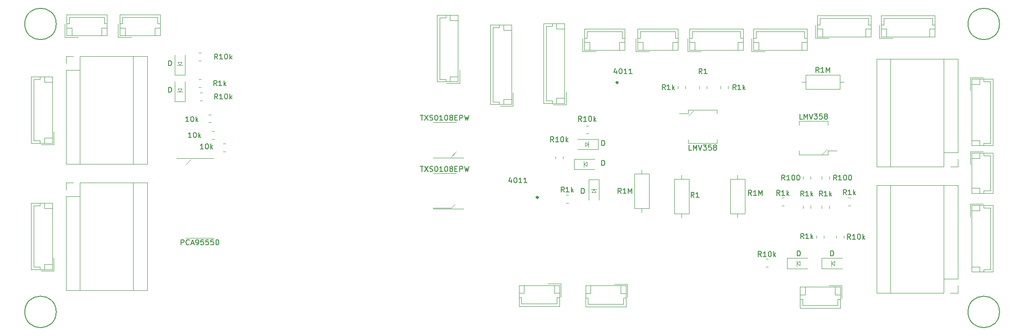
<source format=gbr>
%TF.GenerationSoftware,KiCad,Pcbnew,7.0.10*%
%TF.CreationDate,2024-09-26T22:41:12+03:00*%
%TF.ProjectId,Ver1,56657231-2e6b-4696-9361-645f70636258,rev?*%
%TF.SameCoordinates,Original*%
%TF.FileFunction,Legend,Top*%
%TF.FilePolarity,Positive*%
%FSLAX46Y46*%
G04 Gerber Fmt 4.6, Leading zero omitted, Abs format (unit mm)*
G04 Created by KiCad (PCBNEW 7.0.10) date 2024-09-26 22:41:12*
%MOMM*%
%LPD*%
G01*
G04 APERTURE LIST*
%ADD10C,0.150000*%
%ADD11C,0.100000*%
%ADD12C,0.120000*%
%ADD13C,0.381000*%
G04 APERTURE END LIST*
D10*
X219094400Y-81428000D02*
G75*
G03*
X213094400Y-81428000I-3000000J0D01*
G01*
X213094400Y-81428000D02*
G75*
G03*
X219094400Y-81428000I3000000J0D01*
G01*
X39094400Y-26428000D02*
G75*
G03*
X33094400Y-26428000I-3000000J0D01*
G01*
X33094400Y-26428000D02*
G75*
G03*
X39094400Y-26428000I3000000J0D01*
G01*
X219094400Y-26428000D02*
G75*
G03*
X213094400Y-26428000I-3000000J0D01*
G01*
X213094400Y-26428000D02*
G75*
G03*
X219094400Y-26428000I3000000J0D01*
G01*
X39094400Y-81428000D02*
G75*
G03*
X33094400Y-81428000I-3000000J0D01*
G01*
X33094400Y-81428000D02*
G75*
G03*
X39094400Y-81428000I3000000J0D01*
G01*
X108563733Y-53606819D02*
X109135161Y-53606819D01*
X108849447Y-54606819D02*
X108849447Y-53606819D01*
X109373257Y-53606819D02*
X110039923Y-54606819D01*
X110039923Y-53606819D02*
X109373257Y-54606819D01*
X110373257Y-54559200D02*
X110516114Y-54606819D01*
X110516114Y-54606819D02*
X110754209Y-54606819D01*
X110754209Y-54606819D02*
X110849447Y-54559200D01*
X110849447Y-54559200D02*
X110897066Y-54511580D01*
X110897066Y-54511580D02*
X110944685Y-54416342D01*
X110944685Y-54416342D02*
X110944685Y-54321104D01*
X110944685Y-54321104D02*
X110897066Y-54225866D01*
X110897066Y-54225866D02*
X110849447Y-54178247D01*
X110849447Y-54178247D02*
X110754209Y-54130628D01*
X110754209Y-54130628D02*
X110563733Y-54083009D01*
X110563733Y-54083009D02*
X110468495Y-54035390D01*
X110468495Y-54035390D02*
X110420876Y-53987771D01*
X110420876Y-53987771D02*
X110373257Y-53892533D01*
X110373257Y-53892533D02*
X110373257Y-53797295D01*
X110373257Y-53797295D02*
X110420876Y-53702057D01*
X110420876Y-53702057D02*
X110468495Y-53654438D01*
X110468495Y-53654438D02*
X110563733Y-53606819D01*
X110563733Y-53606819D02*
X110801828Y-53606819D01*
X110801828Y-53606819D02*
X110944685Y-53654438D01*
X111563733Y-53606819D02*
X111658971Y-53606819D01*
X111658971Y-53606819D02*
X111754209Y-53654438D01*
X111754209Y-53654438D02*
X111801828Y-53702057D01*
X111801828Y-53702057D02*
X111849447Y-53797295D01*
X111849447Y-53797295D02*
X111897066Y-53987771D01*
X111897066Y-53987771D02*
X111897066Y-54225866D01*
X111897066Y-54225866D02*
X111849447Y-54416342D01*
X111849447Y-54416342D02*
X111801828Y-54511580D01*
X111801828Y-54511580D02*
X111754209Y-54559200D01*
X111754209Y-54559200D02*
X111658971Y-54606819D01*
X111658971Y-54606819D02*
X111563733Y-54606819D01*
X111563733Y-54606819D02*
X111468495Y-54559200D01*
X111468495Y-54559200D02*
X111420876Y-54511580D01*
X111420876Y-54511580D02*
X111373257Y-54416342D01*
X111373257Y-54416342D02*
X111325638Y-54225866D01*
X111325638Y-54225866D02*
X111325638Y-53987771D01*
X111325638Y-53987771D02*
X111373257Y-53797295D01*
X111373257Y-53797295D02*
X111420876Y-53702057D01*
X111420876Y-53702057D02*
X111468495Y-53654438D01*
X111468495Y-53654438D02*
X111563733Y-53606819D01*
X112849447Y-54606819D02*
X112278019Y-54606819D01*
X112563733Y-54606819D02*
X112563733Y-53606819D01*
X112563733Y-53606819D02*
X112468495Y-53749676D01*
X112468495Y-53749676D02*
X112373257Y-53844914D01*
X112373257Y-53844914D02*
X112278019Y-53892533D01*
X113468495Y-53606819D02*
X113563733Y-53606819D01*
X113563733Y-53606819D02*
X113658971Y-53654438D01*
X113658971Y-53654438D02*
X113706590Y-53702057D01*
X113706590Y-53702057D02*
X113754209Y-53797295D01*
X113754209Y-53797295D02*
X113801828Y-53987771D01*
X113801828Y-53987771D02*
X113801828Y-54225866D01*
X113801828Y-54225866D02*
X113754209Y-54416342D01*
X113754209Y-54416342D02*
X113706590Y-54511580D01*
X113706590Y-54511580D02*
X113658971Y-54559200D01*
X113658971Y-54559200D02*
X113563733Y-54606819D01*
X113563733Y-54606819D02*
X113468495Y-54606819D01*
X113468495Y-54606819D02*
X113373257Y-54559200D01*
X113373257Y-54559200D02*
X113325638Y-54511580D01*
X113325638Y-54511580D02*
X113278019Y-54416342D01*
X113278019Y-54416342D02*
X113230400Y-54225866D01*
X113230400Y-54225866D02*
X113230400Y-53987771D01*
X113230400Y-53987771D02*
X113278019Y-53797295D01*
X113278019Y-53797295D02*
X113325638Y-53702057D01*
X113325638Y-53702057D02*
X113373257Y-53654438D01*
X113373257Y-53654438D02*
X113468495Y-53606819D01*
X114373257Y-54035390D02*
X114278019Y-53987771D01*
X114278019Y-53987771D02*
X114230400Y-53940152D01*
X114230400Y-53940152D02*
X114182781Y-53844914D01*
X114182781Y-53844914D02*
X114182781Y-53797295D01*
X114182781Y-53797295D02*
X114230400Y-53702057D01*
X114230400Y-53702057D02*
X114278019Y-53654438D01*
X114278019Y-53654438D02*
X114373257Y-53606819D01*
X114373257Y-53606819D02*
X114563733Y-53606819D01*
X114563733Y-53606819D02*
X114658971Y-53654438D01*
X114658971Y-53654438D02*
X114706590Y-53702057D01*
X114706590Y-53702057D02*
X114754209Y-53797295D01*
X114754209Y-53797295D02*
X114754209Y-53844914D01*
X114754209Y-53844914D02*
X114706590Y-53940152D01*
X114706590Y-53940152D02*
X114658971Y-53987771D01*
X114658971Y-53987771D02*
X114563733Y-54035390D01*
X114563733Y-54035390D02*
X114373257Y-54035390D01*
X114373257Y-54035390D02*
X114278019Y-54083009D01*
X114278019Y-54083009D02*
X114230400Y-54130628D01*
X114230400Y-54130628D02*
X114182781Y-54225866D01*
X114182781Y-54225866D02*
X114182781Y-54416342D01*
X114182781Y-54416342D02*
X114230400Y-54511580D01*
X114230400Y-54511580D02*
X114278019Y-54559200D01*
X114278019Y-54559200D02*
X114373257Y-54606819D01*
X114373257Y-54606819D02*
X114563733Y-54606819D01*
X114563733Y-54606819D02*
X114658971Y-54559200D01*
X114658971Y-54559200D02*
X114706590Y-54511580D01*
X114706590Y-54511580D02*
X114754209Y-54416342D01*
X114754209Y-54416342D02*
X114754209Y-54225866D01*
X114754209Y-54225866D02*
X114706590Y-54130628D01*
X114706590Y-54130628D02*
X114658971Y-54083009D01*
X114658971Y-54083009D02*
X114563733Y-54035390D01*
X115182781Y-54083009D02*
X115516114Y-54083009D01*
X115658971Y-54606819D02*
X115182781Y-54606819D01*
X115182781Y-54606819D02*
X115182781Y-53606819D01*
X115182781Y-53606819D02*
X115658971Y-53606819D01*
X116087543Y-54606819D02*
X116087543Y-53606819D01*
X116087543Y-53606819D02*
X116468495Y-53606819D01*
X116468495Y-53606819D02*
X116563733Y-53654438D01*
X116563733Y-53654438D02*
X116611352Y-53702057D01*
X116611352Y-53702057D02*
X116658971Y-53797295D01*
X116658971Y-53797295D02*
X116658971Y-53940152D01*
X116658971Y-53940152D02*
X116611352Y-54035390D01*
X116611352Y-54035390D02*
X116563733Y-54083009D01*
X116563733Y-54083009D02*
X116468495Y-54130628D01*
X116468495Y-54130628D02*
X116087543Y-54130628D01*
X116992305Y-53606819D02*
X117230400Y-54606819D01*
X117230400Y-54606819D02*
X117420876Y-53892533D01*
X117420876Y-53892533D02*
X117611352Y-54606819D01*
X117611352Y-54606819D02*
X117849448Y-53606819D01*
X108563733Y-43827819D02*
X109135161Y-43827819D01*
X108849447Y-44827819D02*
X108849447Y-43827819D01*
X109373257Y-43827819D02*
X110039923Y-44827819D01*
X110039923Y-43827819D02*
X109373257Y-44827819D01*
X110373257Y-44780200D02*
X110516114Y-44827819D01*
X110516114Y-44827819D02*
X110754209Y-44827819D01*
X110754209Y-44827819D02*
X110849447Y-44780200D01*
X110849447Y-44780200D02*
X110897066Y-44732580D01*
X110897066Y-44732580D02*
X110944685Y-44637342D01*
X110944685Y-44637342D02*
X110944685Y-44542104D01*
X110944685Y-44542104D02*
X110897066Y-44446866D01*
X110897066Y-44446866D02*
X110849447Y-44399247D01*
X110849447Y-44399247D02*
X110754209Y-44351628D01*
X110754209Y-44351628D02*
X110563733Y-44304009D01*
X110563733Y-44304009D02*
X110468495Y-44256390D01*
X110468495Y-44256390D02*
X110420876Y-44208771D01*
X110420876Y-44208771D02*
X110373257Y-44113533D01*
X110373257Y-44113533D02*
X110373257Y-44018295D01*
X110373257Y-44018295D02*
X110420876Y-43923057D01*
X110420876Y-43923057D02*
X110468495Y-43875438D01*
X110468495Y-43875438D02*
X110563733Y-43827819D01*
X110563733Y-43827819D02*
X110801828Y-43827819D01*
X110801828Y-43827819D02*
X110944685Y-43875438D01*
X111563733Y-43827819D02*
X111658971Y-43827819D01*
X111658971Y-43827819D02*
X111754209Y-43875438D01*
X111754209Y-43875438D02*
X111801828Y-43923057D01*
X111801828Y-43923057D02*
X111849447Y-44018295D01*
X111849447Y-44018295D02*
X111897066Y-44208771D01*
X111897066Y-44208771D02*
X111897066Y-44446866D01*
X111897066Y-44446866D02*
X111849447Y-44637342D01*
X111849447Y-44637342D02*
X111801828Y-44732580D01*
X111801828Y-44732580D02*
X111754209Y-44780200D01*
X111754209Y-44780200D02*
X111658971Y-44827819D01*
X111658971Y-44827819D02*
X111563733Y-44827819D01*
X111563733Y-44827819D02*
X111468495Y-44780200D01*
X111468495Y-44780200D02*
X111420876Y-44732580D01*
X111420876Y-44732580D02*
X111373257Y-44637342D01*
X111373257Y-44637342D02*
X111325638Y-44446866D01*
X111325638Y-44446866D02*
X111325638Y-44208771D01*
X111325638Y-44208771D02*
X111373257Y-44018295D01*
X111373257Y-44018295D02*
X111420876Y-43923057D01*
X111420876Y-43923057D02*
X111468495Y-43875438D01*
X111468495Y-43875438D02*
X111563733Y-43827819D01*
X112849447Y-44827819D02*
X112278019Y-44827819D01*
X112563733Y-44827819D02*
X112563733Y-43827819D01*
X112563733Y-43827819D02*
X112468495Y-43970676D01*
X112468495Y-43970676D02*
X112373257Y-44065914D01*
X112373257Y-44065914D02*
X112278019Y-44113533D01*
X113468495Y-43827819D02*
X113563733Y-43827819D01*
X113563733Y-43827819D02*
X113658971Y-43875438D01*
X113658971Y-43875438D02*
X113706590Y-43923057D01*
X113706590Y-43923057D02*
X113754209Y-44018295D01*
X113754209Y-44018295D02*
X113801828Y-44208771D01*
X113801828Y-44208771D02*
X113801828Y-44446866D01*
X113801828Y-44446866D02*
X113754209Y-44637342D01*
X113754209Y-44637342D02*
X113706590Y-44732580D01*
X113706590Y-44732580D02*
X113658971Y-44780200D01*
X113658971Y-44780200D02*
X113563733Y-44827819D01*
X113563733Y-44827819D02*
X113468495Y-44827819D01*
X113468495Y-44827819D02*
X113373257Y-44780200D01*
X113373257Y-44780200D02*
X113325638Y-44732580D01*
X113325638Y-44732580D02*
X113278019Y-44637342D01*
X113278019Y-44637342D02*
X113230400Y-44446866D01*
X113230400Y-44446866D02*
X113230400Y-44208771D01*
X113230400Y-44208771D02*
X113278019Y-44018295D01*
X113278019Y-44018295D02*
X113325638Y-43923057D01*
X113325638Y-43923057D02*
X113373257Y-43875438D01*
X113373257Y-43875438D02*
X113468495Y-43827819D01*
X114373257Y-44256390D02*
X114278019Y-44208771D01*
X114278019Y-44208771D02*
X114230400Y-44161152D01*
X114230400Y-44161152D02*
X114182781Y-44065914D01*
X114182781Y-44065914D02*
X114182781Y-44018295D01*
X114182781Y-44018295D02*
X114230400Y-43923057D01*
X114230400Y-43923057D02*
X114278019Y-43875438D01*
X114278019Y-43875438D02*
X114373257Y-43827819D01*
X114373257Y-43827819D02*
X114563733Y-43827819D01*
X114563733Y-43827819D02*
X114658971Y-43875438D01*
X114658971Y-43875438D02*
X114706590Y-43923057D01*
X114706590Y-43923057D02*
X114754209Y-44018295D01*
X114754209Y-44018295D02*
X114754209Y-44065914D01*
X114754209Y-44065914D02*
X114706590Y-44161152D01*
X114706590Y-44161152D02*
X114658971Y-44208771D01*
X114658971Y-44208771D02*
X114563733Y-44256390D01*
X114563733Y-44256390D02*
X114373257Y-44256390D01*
X114373257Y-44256390D02*
X114278019Y-44304009D01*
X114278019Y-44304009D02*
X114230400Y-44351628D01*
X114230400Y-44351628D02*
X114182781Y-44446866D01*
X114182781Y-44446866D02*
X114182781Y-44637342D01*
X114182781Y-44637342D02*
X114230400Y-44732580D01*
X114230400Y-44732580D02*
X114278019Y-44780200D01*
X114278019Y-44780200D02*
X114373257Y-44827819D01*
X114373257Y-44827819D02*
X114563733Y-44827819D01*
X114563733Y-44827819D02*
X114658971Y-44780200D01*
X114658971Y-44780200D02*
X114706590Y-44732580D01*
X114706590Y-44732580D02*
X114754209Y-44637342D01*
X114754209Y-44637342D02*
X114754209Y-44446866D01*
X114754209Y-44446866D02*
X114706590Y-44351628D01*
X114706590Y-44351628D02*
X114658971Y-44304009D01*
X114658971Y-44304009D02*
X114563733Y-44256390D01*
X115182781Y-44304009D02*
X115516114Y-44304009D01*
X115658971Y-44827819D02*
X115182781Y-44827819D01*
X115182781Y-44827819D02*
X115182781Y-43827819D01*
X115182781Y-43827819D02*
X115658971Y-43827819D01*
X116087543Y-44827819D02*
X116087543Y-43827819D01*
X116087543Y-43827819D02*
X116468495Y-43827819D01*
X116468495Y-43827819D02*
X116563733Y-43875438D01*
X116563733Y-43875438D02*
X116611352Y-43923057D01*
X116611352Y-43923057D02*
X116658971Y-44018295D01*
X116658971Y-44018295D02*
X116658971Y-44161152D01*
X116658971Y-44161152D02*
X116611352Y-44256390D01*
X116611352Y-44256390D02*
X116563733Y-44304009D01*
X116563733Y-44304009D02*
X116468495Y-44351628D01*
X116468495Y-44351628D02*
X116087543Y-44351628D01*
X116992305Y-43827819D02*
X117230400Y-44827819D01*
X117230400Y-44827819D02*
X117420876Y-44113533D01*
X117420876Y-44113533D02*
X117611352Y-44827819D01*
X117611352Y-44827819D02*
X117849448Y-43827819D01*
X181487352Y-44596819D02*
X181011162Y-44596819D01*
X181011162Y-44596819D02*
X181011162Y-43596819D01*
X181820686Y-44596819D02*
X181820686Y-43596819D01*
X181820686Y-43596819D02*
X182154019Y-44311104D01*
X182154019Y-44311104D02*
X182487352Y-43596819D01*
X182487352Y-43596819D02*
X182487352Y-44596819D01*
X182820686Y-43596819D02*
X183154019Y-44596819D01*
X183154019Y-44596819D02*
X183487352Y-43596819D01*
X183725448Y-43596819D02*
X184344495Y-43596819D01*
X184344495Y-43596819D02*
X184011162Y-43977771D01*
X184011162Y-43977771D02*
X184154019Y-43977771D01*
X184154019Y-43977771D02*
X184249257Y-44025390D01*
X184249257Y-44025390D02*
X184296876Y-44073009D01*
X184296876Y-44073009D02*
X184344495Y-44168247D01*
X184344495Y-44168247D02*
X184344495Y-44406342D01*
X184344495Y-44406342D02*
X184296876Y-44501580D01*
X184296876Y-44501580D02*
X184249257Y-44549200D01*
X184249257Y-44549200D02*
X184154019Y-44596819D01*
X184154019Y-44596819D02*
X183868305Y-44596819D01*
X183868305Y-44596819D02*
X183773067Y-44549200D01*
X183773067Y-44549200D02*
X183725448Y-44501580D01*
X185249257Y-43596819D02*
X184773067Y-43596819D01*
X184773067Y-43596819D02*
X184725448Y-44073009D01*
X184725448Y-44073009D02*
X184773067Y-44025390D01*
X184773067Y-44025390D02*
X184868305Y-43977771D01*
X184868305Y-43977771D02*
X185106400Y-43977771D01*
X185106400Y-43977771D02*
X185201638Y-44025390D01*
X185201638Y-44025390D02*
X185249257Y-44073009D01*
X185249257Y-44073009D02*
X185296876Y-44168247D01*
X185296876Y-44168247D02*
X185296876Y-44406342D01*
X185296876Y-44406342D02*
X185249257Y-44501580D01*
X185249257Y-44501580D02*
X185201638Y-44549200D01*
X185201638Y-44549200D02*
X185106400Y-44596819D01*
X185106400Y-44596819D02*
X184868305Y-44596819D01*
X184868305Y-44596819D02*
X184773067Y-44549200D01*
X184773067Y-44549200D02*
X184725448Y-44501580D01*
X185868305Y-44025390D02*
X185773067Y-43977771D01*
X185773067Y-43977771D02*
X185725448Y-43930152D01*
X185725448Y-43930152D02*
X185677829Y-43834914D01*
X185677829Y-43834914D02*
X185677829Y-43787295D01*
X185677829Y-43787295D02*
X185725448Y-43692057D01*
X185725448Y-43692057D02*
X185773067Y-43644438D01*
X185773067Y-43644438D02*
X185868305Y-43596819D01*
X185868305Y-43596819D02*
X186058781Y-43596819D01*
X186058781Y-43596819D02*
X186154019Y-43644438D01*
X186154019Y-43644438D02*
X186201638Y-43692057D01*
X186201638Y-43692057D02*
X186249257Y-43787295D01*
X186249257Y-43787295D02*
X186249257Y-43834914D01*
X186249257Y-43834914D02*
X186201638Y-43930152D01*
X186201638Y-43930152D02*
X186154019Y-43977771D01*
X186154019Y-43977771D02*
X186058781Y-44025390D01*
X186058781Y-44025390D02*
X185868305Y-44025390D01*
X185868305Y-44025390D02*
X185773067Y-44073009D01*
X185773067Y-44073009D02*
X185725448Y-44120628D01*
X185725448Y-44120628D02*
X185677829Y-44215866D01*
X185677829Y-44215866D02*
X185677829Y-44406342D01*
X185677829Y-44406342D02*
X185725448Y-44501580D01*
X185725448Y-44501580D02*
X185773067Y-44549200D01*
X185773067Y-44549200D02*
X185868305Y-44596819D01*
X185868305Y-44596819D02*
X186058781Y-44596819D01*
X186058781Y-44596819D02*
X186154019Y-44549200D01*
X186154019Y-44549200D02*
X186201638Y-44501580D01*
X186201638Y-44501580D02*
X186249257Y-44406342D01*
X186249257Y-44406342D02*
X186249257Y-44215866D01*
X186249257Y-44215866D02*
X186201638Y-44120628D01*
X186201638Y-44120628D02*
X186154019Y-44073009D01*
X186154019Y-44073009D02*
X186058781Y-44025390D01*
X146028304Y-35280152D02*
X146028304Y-35946819D01*
X145790209Y-34899200D02*
X145552114Y-35613485D01*
X145552114Y-35613485D02*
X146171161Y-35613485D01*
X146742590Y-34946819D02*
X146837828Y-34946819D01*
X146837828Y-34946819D02*
X146933066Y-34994438D01*
X146933066Y-34994438D02*
X146980685Y-35042057D01*
X146980685Y-35042057D02*
X147028304Y-35137295D01*
X147028304Y-35137295D02*
X147075923Y-35327771D01*
X147075923Y-35327771D02*
X147075923Y-35565866D01*
X147075923Y-35565866D02*
X147028304Y-35756342D01*
X147028304Y-35756342D02*
X146980685Y-35851580D01*
X146980685Y-35851580D02*
X146933066Y-35899200D01*
X146933066Y-35899200D02*
X146837828Y-35946819D01*
X146837828Y-35946819D02*
X146742590Y-35946819D01*
X146742590Y-35946819D02*
X146647352Y-35899200D01*
X146647352Y-35899200D02*
X146599733Y-35851580D01*
X146599733Y-35851580D02*
X146552114Y-35756342D01*
X146552114Y-35756342D02*
X146504495Y-35565866D01*
X146504495Y-35565866D02*
X146504495Y-35327771D01*
X146504495Y-35327771D02*
X146552114Y-35137295D01*
X146552114Y-35137295D02*
X146599733Y-35042057D01*
X146599733Y-35042057D02*
X146647352Y-34994438D01*
X146647352Y-34994438D02*
X146742590Y-34946819D01*
X148028304Y-35946819D02*
X147456876Y-35946819D01*
X147742590Y-35946819D02*
X147742590Y-34946819D01*
X147742590Y-34946819D02*
X147647352Y-35089676D01*
X147647352Y-35089676D02*
X147552114Y-35184914D01*
X147552114Y-35184914D02*
X147456876Y-35232533D01*
X148980685Y-35946819D02*
X148409257Y-35946819D01*
X148694971Y-35946819D02*
X148694971Y-34946819D01*
X148694971Y-34946819D02*
X148599733Y-35089676D01*
X148599733Y-35089676D02*
X148504495Y-35184914D01*
X148504495Y-35184914D02*
X148409257Y-35232533D01*
X177174971Y-59188819D02*
X176841638Y-58712628D01*
X176603543Y-59188819D02*
X176603543Y-58188819D01*
X176603543Y-58188819D02*
X176984495Y-58188819D01*
X176984495Y-58188819D02*
X177079733Y-58236438D01*
X177079733Y-58236438D02*
X177127352Y-58284057D01*
X177127352Y-58284057D02*
X177174971Y-58379295D01*
X177174971Y-58379295D02*
X177174971Y-58522152D01*
X177174971Y-58522152D02*
X177127352Y-58617390D01*
X177127352Y-58617390D02*
X177079733Y-58665009D01*
X177079733Y-58665009D02*
X176984495Y-58712628D01*
X176984495Y-58712628D02*
X176603543Y-58712628D01*
X178127352Y-59188819D02*
X177555924Y-59188819D01*
X177841638Y-59188819D02*
X177841638Y-58188819D01*
X177841638Y-58188819D02*
X177746400Y-58331676D01*
X177746400Y-58331676D02*
X177651162Y-58426914D01*
X177651162Y-58426914D02*
X177555924Y-58474533D01*
X178555924Y-59188819D02*
X178555924Y-58188819D01*
X178651162Y-58807866D02*
X178936876Y-59188819D01*
X178936876Y-58522152D02*
X178555924Y-58903104D01*
X143194495Y-53472819D02*
X143194495Y-52472819D01*
X143194495Y-52472819D02*
X143432590Y-52472819D01*
X143432590Y-52472819D02*
X143575447Y-52520438D01*
X143575447Y-52520438D02*
X143670685Y-52615676D01*
X143670685Y-52615676D02*
X143718304Y-52710914D01*
X143718304Y-52710914D02*
X143765923Y-52901390D01*
X143765923Y-52901390D02*
X143765923Y-53044247D01*
X143765923Y-53044247D02*
X143718304Y-53234723D01*
X143718304Y-53234723D02*
X143670685Y-53329961D01*
X143670685Y-53329961D02*
X143575447Y-53425200D01*
X143575447Y-53425200D02*
X143432590Y-53472819D01*
X143432590Y-53472819D02*
X143194495Y-53472819D01*
X160815733Y-59568819D02*
X160482400Y-59092628D01*
X160244305Y-59568819D02*
X160244305Y-58568819D01*
X160244305Y-58568819D02*
X160625257Y-58568819D01*
X160625257Y-58568819D02*
X160720495Y-58616438D01*
X160720495Y-58616438D02*
X160768114Y-58664057D01*
X160768114Y-58664057D02*
X160815733Y-58759295D01*
X160815733Y-58759295D02*
X160815733Y-58902152D01*
X160815733Y-58902152D02*
X160768114Y-58997390D01*
X160768114Y-58997390D02*
X160720495Y-59045009D01*
X160720495Y-59045009D02*
X160625257Y-59092628D01*
X160625257Y-59092628D02*
X160244305Y-59092628D01*
X161768114Y-59568819D02*
X161196686Y-59568819D01*
X161482400Y-59568819D02*
X161482400Y-58568819D01*
X161482400Y-58568819D02*
X161387162Y-58711676D01*
X161387162Y-58711676D02*
X161291924Y-58806914D01*
X161291924Y-58806914D02*
X161196686Y-58854533D01*
X62907912Y-68629069D02*
X62907912Y-67629069D01*
X62907912Y-67629069D02*
X63288864Y-67629069D01*
X63288864Y-67629069D02*
X63384102Y-67676688D01*
X63384102Y-67676688D02*
X63431721Y-67724307D01*
X63431721Y-67724307D02*
X63479340Y-67819545D01*
X63479340Y-67819545D02*
X63479340Y-67962402D01*
X63479340Y-67962402D02*
X63431721Y-68057640D01*
X63431721Y-68057640D02*
X63384102Y-68105259D01*
X63384102Y-68105259D02*
X63288864Y-68152878D01*
X63288864Y-68152878D02*
X62907912Y-68152878D01*
X64479340Y-68533830D02*
X64431721Y-68581450D01*
X64431721Y-68581450D02*
X64288864Y-68629069D01*
X64288864Y-68629069D02*
X64193626Y-68629069D01*
X64193626Y-68629069D02*
X64050769Y-68581450D01*
X64050769Y-68581450D02*
X63955531Y-68486211D01*
X63955531Y-68486211D02*
X63907912Y-68390973D01*
X63907912Y-68390973D02*
X63860293Y-68200497D01*
X63860293Y-68200497D02*
X63860293Y-68057640D01*
X63860293Y-68057640D02*
X63907912Y-67867164D01*
X63907912Y-67867164D02*
X63955531Y-67771926D01*
X63955531Y-67771926D02*
X64050769Y-67676688D01*
X64050769Y-67676688D02*
X64193626Y-67629069D01*
X64193626Y-67629069D02*
X64288864Y-67629069D01*
X64288864Y-67629069D02*
X64431721Y-67676688D01*
X64431721Y-67676688D02*
X64479340Y-67724307D01*
X64860293Y-68343354D02*
X65336483Y-68343354D01*
X64765055Y-68629069D02*
X65098388Y-67629069D01*
X65098388Y-67629069D02*
X65431721Y-68629069D01*
X65812674Y-68629069D02*
X66003150Y-68629069D01*
X66003150Y-68629069D02*
X66098388Y-68581450D01*
X66098388Y-68581450D02*
X66146007Y-68533830D01*
X66146007Y-68533830D02*
X66241245Y-68390973D01*
X66241245Y-68390973D02*
X66288864Y-68200497D01*
X66288864Y-68200497D02*
X66288864Y-67819545D01*
X66288864Y-67819545D02*
X66241245Y-67724307D01*
X66241245Y-67724307D02*
X66193626Y-67676688D01*
X66193626Y-67676688D02*
X66098388Y-67629069D01*
X66098388Y-67629069D02*
X65907912Y-67629069D01*
X65907912Y-67629069D02*
X65812674Y-67676688D01*
X65812674Y-67676688D02*
X65765055Y-67724307D01*
X65765055Y-67724307D02*
X65717436Y-67819545D01*
X65717436Y-67819545D02*
X65717436Y-68057640D01*
X65717436Y-68057640D02*
X65765055Y-68152878D01*
X65765055Y-68152878D02*
X65812674Y-68200497D01*
X65812674Y-68200497D02*
X65907912Y-68248116D01*
X65907912Y-68248116D02*
X66098388Y-68248116D01*
X66098388Y-68248116D02*
X66193626Y-68200497D01*
X66193626Y-68200497D02*
X66241245Y-68152878D01*
X66241245Y-68152878D02*
X66288864Y-68057640D01*
X67193626Y-67629069D02*
X66717436Y-67629069D01*
X66717436Y-67629069D02*
X66669817Y-68105259D01*
X66669817Y-68105259D02*
X66717436Y-68057640D01*
X66717436Y-68057640D02*
X66812674Y-68010021D01*
X66812674Y-68010021D02*
X67050769Y-68010021D01*
X67050769Y-68010021D02*
X67146007Y-68057640D01*
X67146007Y-68057640D02*
X67193626Y-68105259D01*
X67193626Y-68105259D02*
X67241245Y-68200497D01*
X67241245Y-68200497D02*
X67241245Y-68438592D01*
X67241245Y-68438592D02*
X67193626Y-68533830D01*
X67193626Y-68533830D02*
X67146007Y-68581450D01*
X67146007Y-68581450D02*
X67050769Y-68629069D01*
X67050769Y-68629069D02*
X66812674Y-68629069D01*
X66812674Y-68629069D02*
X66717436Y-68581450D01*
X66717436Y-68581450D02*
X66669817Y-68533830D01*
X68146007Y-67629069D02*
X67669817Y-67629069D01*
X67669817Y-67629069D02*
X67622198Y-68105259D01*
X67622198Y-68105259D02*
X67669817Y-68057640D01*
X67669817Y-68057640D02*
X67765055Y-68010021D01*
X67765055Y-68010021D02*
X68003150Y-68010021D01*
X68003150Y-68010021D02*
X68098388Y-68057640D01*
X68098388Y-68057640D02*
X68146007Y-68105259D01*
X68146007Y-68105259D02*
X68193626Y-68200497D01*
X68193626Y-68200497D02*
X68193626Y-68438592D01*
X68193626Y-68438592D02*
X68146007Y-68533830D01*
X68146007Y-68533830D02*
X68098388Y-68581450D01*
X68098388Y-68581450D02*
X68003150Y-68629069D01*
X68003150Y-68629069D02*
X67765055Y-68629069D01*
X67765055Y-68629069D02*
X67669817Y-68581450D01*
X67669817Y-68581450D02*
X67622198Y-68533830D01*
X69098388Y-67629069D02*
X68622198Y-67629069D01*
X68622198Y-67629069D02*
X68574579Y-68105259D01*
X68574579Y-68105259D02*
X68622198Y-68057640D01*
X68622198Y-68057640D02*
X68717436Y-68010021D01*
X68717436Y-68010021D02*
X68955531Y-68010021D01*
X68955531Y-68010021D02*
X69050769Y-68057640D01*
X69050769Y-68057640D02*
X69098388Y-68105259D01*
X69098388Y-68105259D02*
X69146007Y-68200497D01*
X69146007Y-68200497D02*
X69146007Y-68438592D01*
X69146007Y-68438592D02*
X69098388Y-68533830D01*
X69098388Y-68533830D02*
X69050769Y-68581450D01*
X69050769Y-68581450D02*
X68955531Y-68629069D01*
X68955531Y-68629069D02*
X68717436Y-68629069D01*
X68717436Y-68629069D02*
X68622198Y-68581450D01*
X68622198Y-68581450D02*
X68574579Y-68533830D01*
X69574579Y-68629069D02*
X69574579Y-67629069D01*
X69574579Y-67629069D02*
X69812674Y-67629069D01*
X69812674Y-67629069D02*
X69955531Y-67676688D01*
X69955531Y-67676688D02*
X70050769Y-67771926D01*
X70050769Y-67771926D02*
X70098388Y-67867164D01*
X70098388Y-67867164D02*
X70146007Y-68057640D01*
X70146007Y-68057640D02*
X70146007Y-68200497D01*
X70146007Y-68200497D02*
X70098388Y-68390973D01*
X70098388Y-68390973D02*
X70050769Y-68486211D01*
X70050769Y-68486211D02*
X69955531Y-68581450D01*
X69955531Y-68581450D02*
X69812674Y-68629069D01*
X69812674Y-68629069D02*
X69574579Y-68629069D01*
X173650780Y-70872819D02*
X173317447Y-70396628D01*
X173079352Y-70872819D02*
X173079352Y-69872819D01*
X173079352Y-69872819D02*
X173460304Y-69872819D01*
X173460304Y-69872819D02*
X173555542Y-69920438D01*
X173555542Y-69920438D02*
X173603161Y-69968057D01*
X173603161Y-69968057D02*
X173650780Y-70063295D01*
X173650780Y-70063295D02*
X173650780Y-70206152D01*
X173650780Y-70206152D02*
X173603161Y-70301390D01*
X173603161Y-70301390D02*
X173555542Y-70349009D01*
X173555542Y-70349009D02*
X173460304Y-70396628D01*
X173460304Y-70396628D02*
X173079352Y-70396628D01*
X174603161Y-70872819D02*
X174031733Y-70872819D01*
X174317447Y-70872819D02*
X174317447Y-69872819D01*
X174317447Y-69872819D02*
X174222209Y-70015676D01*
X174222209Y-70015676D02*
X174126971Y-70110914D01*
X174126971Y-70110914D02*
X174031733Y-70158533D01*
X175222209Y-69872819D02*
X175317447Y-69872819D01*
X175317447Y-69872819D02*
X175412685Y-69920438D01*
X175412685Y-69920438D02*
X175460304Y-69968057D01*
X175460304Y-69968057D02*
X175507923Y-70063295D01*
X175507923Y-70063295D02*
X175555542Y-70253771D01*
X175555542Y-70253771D02*
X175555542Y-70491866D01*
X175555542Y-70491866D02*
X175507923Y-70682342D01*
X175507923Y-70682342D02*
X175460304Y-70777580D01*
X175460304Y-70777580D02*
X175412685Y-70825200D01*
X175412685Y-70825200D02*
X175317447Y-70872819D01*
X175317447Y-70872819D02*
X175222209Y-70872819D01*
X175222209Y-70872819D02*
X175126971Y-70825200D01*
X175126971Y-70825200D02*
X175079352Y-70777580D01*
X175079352Y-70777580D02*
X175031733Y-70682342D01*
X175031733Y-70682342D02*
X174984114Y-70491866D01*
X174984114Y-70491866D02*
X174984114Y-70253771D01*
X174984114Y-70253771D02*
X175031733Y-70063295D01*
X175031733Y-70063295D02*
X175079352Y-69968057D01*
X175079352Y-69968057D02*
X175126971Y-69920438D01*
X175126971Y-69920438D02*
X175222209Y-69872819D01*
X175984114Y-70872819D02*
X175984114Y-69872819D01*
X176079352Y-70491866D02*
X176365066Y-70872819D01*
X176365066Y-70206152D02*
X175984114Y-70587104D01*
X184628304Y-35692819D02*
X184294971Y-35216628D01*
X184056876Y-35692819D02*
X184056876Y-34692819D01*
X184056876Y-34692819D02*
X184437828Y-34692819D01*
X184437828Y-34692819D02*
X184533066Y-34740438D01*
X184533066Y-34740438D02*
X184580685Y-34788057D01*
X184580685Y-34788057D02*
X184628304Y-34883295D01*
X184628304Y-34883295D02*
X184628304Y-35026152D01*
X184628304Y-35026152D02*
X184580685Y-35121390D01*
X184580685Y-35121390D02*
X184533066Y-35169009D01*
X184533066Y-35169009D02*
X184437828Y-35216628D01*
X184437828Y-35216628D02*
X184056876Y-35216628D01*
X185580685Y-35692819D02*
X185009257Y-35692819D01*
X185294971Y-35692819D02*
X185294971Y-34692819D01*
X185294971Y-34692819D02*
X185199733Y-34835676D01*
X185199733Y-34835676D02*
X185104495Y-34930914D01*
X185104495Y-34930914D02*
X185009257Y-34978533D01*
X186009257Y-35692819D02*
X186009257Y-34692819D01*
X186009257Y-34692819D02*
X186342590Y-35407104D01*
X186342590Y-35407104D02*
X186675923Y-34692819D01*
X186675923Y-34692819D02*
X186675923Y-35692819D01*
X64375161Y-45090819D02*
X63803733Y-45090819D01*
X64089447Y-45090819D02*
X64089447Y-44090819D01*
X64089447Y-44090819D02*
X63994209Y-44233676D01*
X63994209Y-44233676D02*
X63898971Y-44328914D01*
X63898971Y-44328914D02*
X63803733Y-44376533D01*
X64994209Y-44090819D02*
X65089447Y-44090819D01*
X65089447Y-44090819D02*
X65184685Y-44138438D01*
X65184685Y-44138438D02*
X65232304Y-44186057D01*
X65232304Y-44186057D02*
X65279923Y-44281295D01*
X65279923Y-44281295D02*
X65327542Y-44471771D01*
X65327542Y-44471771D02*
X65327542Y-44709866D01*
X65327542Y-44709866D02*
X65279923Y-44900342D01*
X65279923Y-44900342D02*
X65232304Y-44995580D01*
X65232304Y-44995580D02*
X65184685Y-45043200D01*
X65184685Y-45043200D02*
X65089447Y-45090819D01*
X65089447Y-45090819D02*
X64994209Y-45090819D01*
X64994209Y-45090819D02*
X64898971Y-45043200D01*
X64898971Y-45043200D02*
X64851352Y-44995580D01*
X64851352Y-44995580D02*
X64803733Y-44900342D01*
X64803733Y-44900342D02*
X64756114Y-44709866D01*
X64756114Y-44709866D02*
X64756114Y-44471771D01*
X64756114Y-44471771D02*
X64803733Y-44281295D01*
X64803733Y-44281295D02*
X64851352Y-44186057D01*
X64851352Y-44186057D02*
X64898971Y-44138438D01*
X64898971Y-44138438D02*
X64994209Y-44090819D01*
X65756114Y-45090819D02*
X65756114Y-44090819D01*
X65851352Y-44709866D02*
X66137066Y-45090819D01*
X66137066Y-44424152D02*
X65756114Y-44805104D01*
X69891780Y-33152819D02*
X69558447Y-32676628D01*
X69320352Y-33152819D02*
X69320352Y-32152819D01*
X69320352Y-32152819D02*
X69701304Y-32152819D01*
X69701304Y-32152819D02*
X69796542Y-32200438D01*
X69796542Y-32200438D02*
X69844161Y-32248057D01*
X69844161Y-32248057D02*
X69891780Y-32343295D01*
X69891780Y-32343295D02*
X69891780Y-32486152D01*
X69891780Y-32486152D02*
X69844161Y-32581390D01*
X69844161Y-32581390D02*
X69796542Y-32629009D01*
X69796542Y-32629009D02*
X69701304Y-32676628D01*
X69701304Y-32676628D02*
X69320352Y-32676628D01*
X70844161Y-33152819D02*
X70272733Y-33152819D01*
X70558447Y-33152819D02*
X70558447Y-32152819D01*
X70558447Y-32152819D02*
X70463209Y-32295676D01*
X70463209Y-32295676D02*
X70367971Y-32390914D01*
X70367971Y-32390914D02*
X70272733Y-32438533D01*
X71463209Y-32152819D02*
X71558447Y-32152819D01*
X71558447Y-32152819D02*
X71653685Y-32200438D01*
X71653685Y-32200438D02*
X71701304Y-32248057D01*
X71701304Y-32248057D02*
X71748923Y-32343295D01*
X71748923Y-32343295D02*
X71796542Y-32533771D01*
X71796542Y-32533771D02*
X71796542Y-32771866D01*
X71796542Y-32771866D02*
X71748923Y-32962342D01*
X71748923Y-32962342D02*
X71701304Y-33057580D01*
X71701304Y-33057580D02*
X71653685Y-33105200D01*
X71653685Y-33105200D02*
X71558447Y-33152819D01*
X71558447Y-33152819D02*
X71463209Y-33152819D01*
X71463209Y-33152819D02*
X71367971Y-33105200D01*
X71367971Y-33105200D02*
X71320352Y-33057580D01*
X71320352Y-33057580D02*
X71272733Y-32962342D01*
X71272733Y-32962342D02*
X71225114Y-32771866D01*
X71225114Y-32771866D02*
X71225114Y-32533771D01*
X71225114Y-32533771D02*
X71272733Y-32343295D01*
X71272733Y-32343295D02*
X71320352Y-32248057D01*
X71320352Y-32248057D02*
X71367971Y-32200438D01*
X71367971Y-32200438D02*
X71463209Y-32152819D01*
X72225114Y-33152819D02*
X72225114Y-32152819D01*
X72320352Y-32771866D02*
X72606066Y-33152819D01*
X72606066Y-32486152D02*
X72225114Y-32867104D01*
X125962304Y-56108152D02*
X125962304Y-56774819D01*
X125724209Y-55727200D02*
X125486114Y-56441485D01*
X125486114Y-56441485D02*
X126105161Y-56441485D01*
X126676590Y-55774819D02*
X126771828Y-55774819D01*
X126771828Y-55774819D02*
X126867066Y-55822438D01*
X126867066Y-55822438D02*
X126914685Y-55870057D01*
X126914685Y-55870057D02*
X126962304Y-55965295D01*
X126962304Y-55965295D02*
X127009923Y-56155771D01*
X127009923Y-56155771D02*
X127009923Y-56393866D01*
X127009923Y-56393866D02*
X126962304Y-56584342D01*
X126962304Y-56584342D02*
X126914685Y-56679580D01*
X126914685Y-56679580D02*
X126867066Y-56727200D01*
X126867066Y-56727200D02*
X126771828Y-56774819D01*
X126771828Y-56774819D02*
X126676590Y-56774819D01*
X126676590Y-56774819D02*
X126581352Y-56727200D01*
X126581352Y-56727200D02*
X126533733Y-56679580D01*
X126533733Y-56679580D02*
X126486114Y-56584342D01*
X126486114Y-56584342D02*
X126438495Y-56393866D01*
X126438495Y-56393866D02*
X126438495Y-56155771D01*
X126438495Y-56155771D02*
X126486114Y-55965295D01*
X126486114Y-55965295D02*
X126533733Y-55870057D01*
X126533733Y-55870057D02*
X126581352Y-55822438D01*
X126581352Y-55822438D02*
X126676590Y-55774819D01*
X127962304Y-56774819D02*
X127390876Y-56774819D01*
X127676590Y-56774819D02*
X127676590Y-55774819D01*
X127676590Y-55774819D02*
X127581352Y-55917676D01*
X127581352Y-55917676D02*
X127486114Y-56012914D01*
X127486114Y-56012914D02*
X127390876Y-56060533D01*
X128914685Y-56774819D02*
X128343257Y-56774819D01*
X128628971Y-56774819D02*
X128628971Y-55774819D01*
X128628971Y-55774819D02*
X128533733Y-55917676D01*
X128533733Y-55917676D02*
X128438495Y-56012914D01*
X128438495Y-56012914D02*
X128343257Y-56060533D01*
X181746971Y-67442819D02*
X181413638Y-66966628D01*
X181175543Y-67442819D02*
X181175543Y-66442819D01*
X181175543Y-66442819D02*
X181556495Y-66442819D01*
X181556495Y-66442819D02*
X181651733Y-66490438D01*
X181651733Y-66490438D02*
X181699352Y-66538057D01*
X181699352Y-66538057D02*
X181746971Y-66633295D01*
X181746971Y-66633295D02*
X181746971Y-66776152D01*
X181746971Y-66776152D02*
X181699352Y-66871390D01*
X181699352Y-66871390D02*
X181651733Y-66919009D01*
X181651733Y-66919009D02*
X181556495Y-66966628D01*
X181556495Y-66966628D02*
X181175543Y-66966628D01*
X182699352Y-67442819D02*
X182127924Y-67442819D01*
X182413638Y-67442819D02*
X182413638Y-66442819D01*
X182413638Y-66442819D02*
X182318400Y-66585676D01*
X182318400Y-66585676D02*
X182223162Y-66680914D01*
X182223162Y-66680914D02*
X182127924Y-66728533D01*
X183127924Y-67442819D02*
X183127924Y-66442819D01*
X183223162Y-67061866D02*
X183508876Y-67442819D01*
X183508876Y-66776152D02*
X183127924Y-67157104D01*
X69732971Y-38232819D02*
X69399638Y-37756628D01*
X69161543Y-38232819D02*
X69161543Y-37232819D01*
X69161543Y-37232819D02*
X69542495Y-37232819D01*
X69542495Y-37232819D02*
X69637733Y-37280438D01*
X69637733Y-37280438D02*
X69685352Y-37328057D01*
X69685352Y-37328057D02*
X69732971Y-37423295D01*
X69732971Y-37423295D02*
X69732971Y-37566152D01*
X69732971Y-37566152D02*
X69685352Y-37661390D01*
X69685352Y-37661390D02*
X69637733Y-37709009D01*
X69637733Y-37709009D02*
X69542495Y-37756628D01*
X69542495Y-37756628D02*
X69161543Y-37756628D01*
X70685352Y-38232819D02*
X70113924Y-38232819D01*
X70399638Y-38232819D02*
X70399638Y-37232819D01*
X70399638Y-37232819D02*
X70304400Y-37375676D01*
X70304400Y-37375676D02*
X70209162Y-37470914D01*
X70209162Y-37470914D02*
X70113924Y-37518533D01*
X71113924Y-38232819D02*
X71113924Y-37232819D01*
X71209162Y-37851866D02*
X71494876Y-38232819D01*
X71494876Y-37566152D02*
X71113924Y-37947104D01*
X188010352Y-56266819D02*
X187677019Y-55790628D01*
X187438924Y-56266819D02*
X187438924Y-55266819D01*
X187438924Y-55266819D02*
X187819876Y-55266819D01*
X187819876Y-55266819D02*
X187915114Y-55314438D01*
X187915114Y-55314438D02*
X187962733Y-55362057D01*
X187962733Y-55362057D02*
X188010352Y-55457295D01*
X188010352Y-55457295D02*
X188010352Y-55600152D01*
X188010352Y-55600152D02*
X187962733Y-55695390D01*
X187962733Y-55695390D02*
X187915114Y-55743009D01*
X187915114Y-55743009D02*
X187819876Y-55790628D01*
X187819876Y-55790628D02*
X187438924Y-55790628D01*
X188962733Y-56266819D02*
X188391305Y-56266819D01*
X188677019Y-56266819D02*
X188677019Y-55266819D01*
X188677019Y-55266819D02*
X188581781Y-55409676D01*
X188581781Y-55409676D02*
X188486543Y-55504914D01*
X188486543Y-55504914D02*
X188391305Y-55552533D01*
X189581781Y-55266819D02*
X189677019Y-55266819D01*
X189677019Y-55266819D02*
X189772257Y-55314438D01*
X189772257Y-55314438D02*
X189819876Y-55362057D01*
X189819876Y-55362057D02*
X189867495Y-55457295D01*
X189867495Y-55457295D02*
X189915114Y-55647771D01*
X189915114Y-55647771D02*
X189915114Y-55885866D01*
X189915114Y-55885866D02*
X189867495Y-56076342D01*
X189867495Y-56076342D02*
X189819876Y-56171580D01*
X189819876Y-56171580D02*
X189772257Y-56219200D01*
X189772257Y-56219200D02*
X189677019Y-56266819D01*
X189677019Y-56266819D02*
X189581781Y-56266819D01*
X189581781Y-56266819D02*
X189486543Y-56219200D01*
X189486543Y-56219200D02*
X189438924Y-56171580D01*
X189438924Y-56171580D02*
X189391305Y-56076342D01*
X189391305Y-56076342D02*
X189343686Y-55885866D01*
X189343686Y-55885866D02*
X189343686Y-55647771D01*
X189343686Y-55647771D02*
X189391305Y-55457295D01*
X189391305Y-55457295D02*
X189438924Y-55362057D01*
X189438924Y-55362057D02*
X189486543Y-55314438D01*
X189486543Y-55314438D02*
X189581781Y-55266819D01*
X190534162Y-55266819D02*
X190629400Y-55266819D01*
X190629400Y-55266819D02*
X190724638Y-55314438D01*
X190724638Y-55314438D02*
X190772257Y-55362057D01*
X190772257Y-55362057D02*
X190819876Y-55457295D01*
X190819876Y-55457295D02*
X190867495Y-55647771D01*
X190867495Y-55647771D02*
X190867495Y-55885866D01*
X190867495Y-55885866D02*
X190819876Y-56076342D01*
X190819876Y-56076342D02*
X190772257Y-56171580D01*
X190772257Y-56171580D02*
X190724638Y-56219200D01*
X190724638Y-56219200D02*
X190629400Y-56266819D01*
X190629400Y-56266819D02*
X190534162Y-56266819D01*
X190534162Y-56266819D02*
X190438924Y-56219200D01*
X190438924Y-56219200D02*
X190391305Y-56171580D01*
X190391305Y-56171580D02*
X190343686Y-56076342D01*
X190343686Y-56076342D02*
X190296067Y-55885866D01*
X190296067Y-55885866D02*
X190296067Y-55647771D01*
X190296067Y-55647771D02*
X190343686Y-55457295D01*
X190343686Y-55457295D02*
X190391305Y-55362057D01*
X190391305Y-55362057D02*
X190438924Y-55314438D01*
X190438924Y-55314438D02*
X190534162Y-55266819D01*
X143194495Y-49662819D02*
X143194495Y-48662819D01*
X143194495Y-48662819D02*
X143432590Y-48662819D01*
X143432590Y-48662819D02*
X143575447Y-48710438D01*
X143575447Y-48710438D02*
X143670685Y-48805676D01*
X143670685Y-48805676D02*
X143718304Y-48900914D01*
X143718304Y-48900914D02*
X143765923Y-49091390D01*
X143765923Y-49091390D02*
X143765923Y-49234247D01*
X143765923Y-49234247D02*
X143718304Y-49424723D01*
X143718304Y-49424723D02*
X143670685Y-49519961D01*
X143670685Y-49519961D02*
X143575447Y-49615200D01*
X143575447Y-49615200D02*
X143432590Y-49662819D01*
X143432590Y-49662819D02*
X143194495Y-49662819D01*
X180532495Y-70744819D02*
X180532495Y-69744819D01*
X180532495Y-69744819D02*
X180770590Y-69744819D01*
X180770590Y-69744819D02*
X180913447Y-69792438D01*
X180913447Y-69792438D02*
X181008685Y-69887676D01*
X181008685Y-69887676D02*
X181056304Y-69982914D01*
X181056304Y-69982914D02*
X181103923Y-70173390D01*
X181103923Y-70173390D02*
X181103923Y-70316247D01*
X181103923Y-70316247D02*
X181056304Y-70506723D01*
X181056304Y-70506723D02*
X181008685Y-70601961D01*
X181008685Y-70601961D02*
X180913447Y-70697200D01*
X180913447Y-70697200D02*
X180770590Y-70744819D01*
X180770590Y-70744819D02*
X180532495Y-70744819D01*
X60517495Y-34422819D02*
X60517495Y-33422819D01*
X60517495Y-33422819D02*
X60755590Y-33422819D01*
X60755590Y-33422819D02*
X60898447Y-33470438D01*
X60898447Y-33470438D02*
X60993685Y-33565676D01*
X60993685Y-33565676D02*
X61041304Y-33660914D01*
X61041304Y-33660914D02*
X61088923Y-33851390D01*
X61088923Y-33851390D02*
X61088923Y-33994247D01*
X61088923Y-33994247D02*
X61041304Y-34184723D01*
X61041304Y-34184723D02*
X60993685Y-34279961D01*
X60993685Y-34279961D02*
X60898447Y-34375200D01*
X60898447Y-34375200D02*
X60755590Y-34422819D01*
X60755590Y-34422819D02*
X60517495Y-34422819D01*
X178122352Y-56266819D02*
X177789019Y-55790628D01*
X177550924Y-56266819D02*
X177550924Y-55266819D01*
X177550924Y-55266819D02*
X177931876Y-55266819D01*
X177931876Y-55266819D02*
X178027114Y-55314438D01*
X178027114Y-55314438D02*
X178074733Y-55362057D01*
X178074733Y-55362057D02*
X178122352Y-55457295D01*
X178122352Y-55457295D02*
X178122352Y-55600152D01*
X178122352Y-55600152D02*
X178074733Y-55695390D01*
X178074733Y-55695390D02*
X178027114Y-55743009D01*
X178027114Y-55743009D02*
X177931876Y-55790628D01*
X177931876Y-55790628D02*
X177550924Y-55790628D01*
X179074733Y-56266819D02*
X178503305Y-56266819D01*
X178789019Y-56266819D02*
X178789019Y-55266819D01*
X178789019Y-55266819D02*
X178693781Y-55409676D01*
X178693781Y-55409676D02*
X178598543Y-55504914D01*
X178598543Y-55504914D02*
X178503305Y-55552533D01*
X179693781Y-55266819D02*
X179789019Y-55266819D01*
X179789019Y-55266819D02*
X179884257Y-55314438D01*
X179884257Y-55314438D02*
X179931876Y-55362057D01*
X179931876Y-55362057D02*
X179979495Y-55457295D01*
X179979495Y-55457295D02*
X180027114Y-55647771D01*
X180027114Y-55647771D02*
X180027114Y-55885866D01*
X180027114Y-55885866D02*
X179979495Y-56076342D01*
X179979495Y-56076342D02*
X179931876Y-56171580D01*
X179931876Y-56171580D02*
X179884257Y-56219200D01*
X179884257Y-56219200D02*
X179789019Y-56266819D01*
X179789019Y-56266819D02*
X179693781Y-56266819D01*
X179693781Y-56266819D02*
X179598543Y-56219200D01*
X179598543Y-56219200D02*
X179550924Y-56171580D01*
X179550924Y-56171580D02*
X179503305Y-56076342D01*
X179503305Y-56076342D02*
X179455686Y-55885866D01*
X179455686Y-55885866D02*
X179455686Y-55647771D01*
X179455686Y-55647771D02*
X179503305Y-55457295D01*
X179503305Y-55457295D02*
X179550924Y-55362057D01*
X179550924Y-55362057D02*
X179598543Y-55314438D01*
X179598543Y-55314438D02*
X179693781Y-55266819D01*
X180646162Y-55266819D02*
X180741400Y-55266819D01*
X180741400Y-55266819D02*
X180836638Y-55314438D01*
X180836638Y-55314438D02*
X180884257Y-55362057D01*
X180884257Y-55362057D02*
X180931876Y-55457295D01*
X180931876Y-55457295D02*
X180979495Y-55647771D01*
X180979495Y-55647771D02*
X180979495Y-55885866D01*
X180979495Y-55885866D02*
X180931876Y-56076342D01*
X180931876Y-56076342D02*
X180884257Y-56171580D01*
X180884257Y-56171580D02*
X180836638Y-56219200D01*
X180836638Y-56219200D02*
X180741400Y-56266819D01*
X180741400Y-56266819D02*
X180646162Y-56266819D01*
X180646162Y-56266819D02*
X180550924Y-56219200D01*
X180550924Y-56219200D02*
X180503305Y-56171580D01*
X180503305Y-56171580D02*
X180455686Y-56076342D01*
X180455686Y-56076342D02*
X180408067Y-55885866D01*
X180408067Y-55885866D02*
X180408067Y-55647771D01*
X180408067Y-55647771D02*
X180455686Y-55457295D01*
X180455686Y-55457295D02*
X180503305Y-55362057D01*
X180503305Y-55362057D02*
X180550924Y-55314438D01*
X180550924Y-55314438D02*
X180646162Y-55266819D01*
X171772304Y-59187819D02*
X171438971Y-58711628D01*
X171200876Y-59187819D02*
X171200876Y-58187819D01*
X171200876Y-58187819D02*
X171581828Y-58187819D01*
X171581828Y-58187819D02*
X171677066Y-58235438D01*
X171677066Y-58235438D02*
X171724685Y-58283057D01*
X171724685Y-58283057D02*
X171772304Y-58378295D01*
X171772304Y-58378295D02*
X171772304Y-58521152D01*
X171772304Y-58521152D02*
X171724685Y-58616390D01*
X171724685Y-58616390D02*
X171677066Y-58664009D01*
X171677066Y-58664009D02*
X171581828Y-58711628D01*
X171581828Y-58711628D02*
X171200876Y-58711628D01*
X172724685Y-59187819D02*
X172153257Y-59187819D01*
X172438971Y-59187819D02*
X172438971Y-58187819D01*
X172438971Y-58187819D02*
X172343733Y-58330676D01*
X172343733Y-58330676D02*
X172248495Y-58425914D01*
X172248495Y-58425914D02*
X172153257Y-58473533D01*
X173153257Y-59187819D02*
X173153257Y-58187819D01*
X173153257Y-58187819D02*
X173486590Y-58902104D01*
X173486590Y-58902104D02*
X173819923Y-58187819D01*
X173819923Y-58187819D02*
X173819923Y-59187819D01*
X181746971Y-59314819D02*
X181413638Y-58838628D01*
X181175543Y-59314819D02*
X181175543Y-58314819D01*
X181175543Y-58314819D02*
X181556495Y-58314819D01*
X181556495Y-58314819D02*
X181651733Y-58362438D01*
X181651733Y-58362438D02*
X181699352Y-58410057D01*
X181699352Y-58410057D02*
X181746971Y-58505295D01*
X181746971Y-58505295D02*
X181746971Y-58648152D01*
X181746971Y-58648152D02*
X181699352Y-58743390D01*
X181699352Y-58743390D02*
X181651733Y-58791009D01*
X181651733Y-58791009D02*
X181556495Y-58838628D01*
X181556495Y-58838628D02*
X181175543Y-58838628D01*
X182699352Y-59314819D02*
X182127924Y-59314819D01*
X182413638Y-59314819D02*
X182413638Y-58314819D01*
X182413638Y-58314819D02*
X182318400Y-58457676D01*
X182318400Y-58457676D02*
X182223162Y-58552914D01*
X182223162Y-58552914D02*
X182127924Y-58600533D01*
X183127924Y-59314819D02*
X183127924Y-58314819D01*
X183223162Y-58933866D02*
X183508876Y-59314819D01*
X183508876Y-58648152D02*
X183127924Y-59029104D01*
X67169161Y-50297819D02*
X66597733Y-50297819D01*
X66883447Y-50297819D02*
X66883447Y-49297819D01*
X66883447Y-49297819D02*
X66788209Y-49440676D01*
X66788209Y-49440676D02*
X66692971Y-49535914D01*
X66692971Y-49535914D02*
X66597733Y-49583533D01*
X67788209Y-49297819D02*
X67883447Y-49297819D01*
X67883447Y-49297819D02*
X67978685Y-49345438D01*
X67978685Y-49345438D02*
X68026304Y-49393057D01*
X68026304Y-49393057D02*
X68073923Y-49488295D01*
X68073923Y-49488295D02*
X68121542Y-49678771D01*
X68121542Y-49678771D02*
X68121542Y-49916866D01*
X68121542Y-49916866D02*
X68073923Y-50107342D01*
X68073923Y-50107342D02*
X68026304Y-50202580D01*
X68026304Y-50202580D02*
X67978685Y-50250200D01*
X67978685Y-50250200D02*
X67883447Y-50297819D01*
X67883447Y-50297819D02*
X67788209Y-50297819D01*
X67788209Y-50297819D02*
X67692971Y-50250200D01*
X67692971Y-50250200D02*
X67645352Y-50202580D01*
X67645352Y-50202580D02*
X67597733Y-50107342D01*
X67597733Y-50107342D02*
X67550114Y-49916866D01*
X67550114Y-49916866D02*
X67550114Y-49678771D01*
X67550114Y-49678771D02*
X67597733Y-49488295D01*
X67597733Y-49488295D02*
X67645352Y-49393057D01*
X67645352Y-49393057D02*
X67692971Y-49345438D01*
X67692971Y-49345438D02*
X67788209Y-49297819D01*
X68550114Y-50297819D02*
X68550114Y-49297819D01*
X68645352Y-49916866D02*
X68931066Y-50297819D01*
X68931066Y-49631152D02*
X68550114Y-50012104D01*
X60517495Y-39502819D02*
X60517495Y-38502819D01*
X60517495Y-38502819D02*
X60755590Y-38502819D01*
X60755590Y-38502819D02*
X60898447Y-38550438D01*
X60898447Y-38550438D02*
X60993685Y-38645676D01*
X60993685Y-38645676D02*
X61041304Y-38740914D01*
X61041304Y-38740914D02*
X61088923Y-38931390D01*
X61088923Y-38931390D02*
X61088923Y-39074247D01*
X61088923Y-39074247D02*
X61041304Y-39264723D01*
X61041304Y-39264723D02*
X60993685Y-39359961D01*
X60993685Y-39359961D02*
X60898447Y-39455200D01*
X60898447Y-39455200D02*
X60755590Y-39502819D01*
X60755590Y-39502819D02*
X60517495Y-39502819D01*
X185302971Y-59314819D02*
X184969638Y-58838628D01*
X184731543Y-59314819D02*
X184731543Y-58314819D01*
X184731543Y-58314819D02*
X185112495Y-58314819D01*
X185112495Y-58314819D02*
X185207733Y-58362438D01*
X185207733Y-58362438D02*
X185255352Y-58410057D01*
X185255352Y-58410057D02*
X185302971Y-58505295D01*
X185302971Y-58505295D02*
X185302971Y-58648152D01*
X185302971Y-58648152D02*
X185255352Y-58743390D01*
X185255352Y-58743390D02*
X185207733Y-58791009D01*
X185207733Y-58791009D02*
X185112495Y-58838628D01*
X185112495Y-58838628D02*
X184731543Y-58838628D01*
X186255352Y-59314819D02*
X185683924Y-59314819D01*
X185969638Y-59314819D02*
X185969638Y-58314819D01*
X185969638Y-58314819D02*
X185874400Y-58457676D01*
X185874400Y-58457676D02*
X185779162Y-58552914D01*
X185779162Y-58552914D02*
X185683924Y-58600533D01*
X186683924Y-59314819D02*
X186683924Y-58314819D01*
X186779162Y-58933866D02*
X187064876Y-59314819D01*
X187064876Y-58648152D02*
X186683924Y-59029104D01*
X189874971Y-59060819D02*
X189541638Y-58584628D01*
X189303543Y-59060819D02*
X189303543Y-58060819D01*
X189303543Y-58060819D02*
X189684495Y-58060819D01*
X189684495Y-58060819D02*
X189779733Y-58108438D01*
X189779733Y-58108438D02*
X189827352Y-58156057D01*
X189827352Y-58156057D02*
X189874971Y-58251295D01*
X189874971Y-58251295D02*
X189874971Y-58394152D01*
X189874971Y-58394152D02*
X189827352Y-58489390D01*
X189827352Y-58489390D02*
X189779733Y-58537009D01*
X189779733Y-58537009D02*
X189684495Y-58584628D01*
X189684495Y-58584628D02*
X189303543Y-58584628D01*
X190827352Y-59060819D02*
X190255924Y-59060819D01*
X190541638Y-59060819D02*
X190541638Y-58060819D01*
X190541638Y-58060819D02*
X190446400Y-58203676D01*
X190446400Y-58203676D02*
X190351162Y-58298914D01*
X190351162Y-58298914D02*
X190255924Y-58346533D01*
X191255924Y-59060819D02*
X191255924Y-58060819D01*
X191351162Y-58679866D02*
X191636876Y-59060819D01*
X191636876Y-58394152D02*
X191255924Y-58775104D01*
X168792971Y-38994819D02*
X168459638Y-38518628D01*
X168221543Y-38994819D02*
X168221543Y-37994819D01*
X168221543Y-37994819D02*
X168602495Y-37994819D01*
X168602495Y-37994819D02*
X168697733Y-38042438D01*
X168697733Y-38042438D02*
X168745352Y-38090057D01*
X168745352Y-38090057D02*
X168792971Y-38185295D01*
X168792971Y-38185295D02*
X168792971Y-38328152D01*
X168792971Y-38328152D02*
X168745352Y-38423390D01*
X168745352Y-38423390D02*
X168697733Y-38471009D01*
X168697733Y-38471009D02*
X168602495Y-38518628D01*
X168602495Y-38518628D02*
X168221543Y-38518628D01*
X169745352Y-38994819D02*
X169173924Y-38994819D01*
X169459638Y-38994819D02*
X169459638Y-37994819D01*
X169459638Y-37994819D02*
X169364400Y-38137676D01*
X169364400Y-38137676D02*
X169269162Y-38232914D01*
X169269162Y-38232914D02*
X169173924Y-38280533D01*
X170173924Y-38994819D02*
X170173924Y-37994819D01*
X170269162Y-38613866D02*
X170554876Y-38994819D01*
X170554876Y-38328152D02*
X170173924Y-38709104D01*
X160331352Y-50537819D02*
X159855162Y-50537819D01*
X159855162Y-50537819D02*
X159855162Y-49537819D01*
X160664686Y-50537819D02*
X160664686Y-49537819D01*
X160664686Y-49537819D02*
X160998019Y-50252104D01*
X160998019Y-50252104D02*
X161331352Y-49537819D01*
X161331352Y-49537819D02*
X161331352Y-50537819D01*
X161664686Y-49537819D02*
X161998019Y-50537819D01*
X161998019Y-50537819D02*
X162331352Y-49537819D01*
X162569448Y-49537819D02*
X163188495Y-49537819D01*
X163188495Y-49537819D02*
X162855162Y-49918771D01*
X162855162Y-49918771D02*
X162998019Y-49918771D01*
X162998019Y-49918771D02*
X163093257Y-49966390D01*
X163093257Y-49966390D02*
X163140876Y-50014009D01*
X163140876Y-50014009D02*
X163188495Y-50109247D01*
X163188495Y-50109247D02*
X163188495Y-50347342D01*
X163188495Y-50347342D02*
X163140876Y-50442580D01*
X163140876Y-50442580D02*
X163093257Y-50490200D01*
X163093257Y-50490200D02*
X162998019Y-50537819D01*
X162998019Y-50537819D02*
X162712305Y-50537819D01*
X162712305Y-50537819D02*
X162617067Y-50490200D01*
X162617067Y-50490200D02*
X162569448Y-50442580D01*
X164093257Y-49537819D02*
X163617067Y-49537819D01*
X163617067Y-49537819D02*
X163569448Y-50014009D01*
X163569448Y-50014009D02*
X163617067Y-49966390D01*
X163617067Y-49966390D02*
X163712305Y-49918771D01*
X163712305Y-49918771D02*
X163950400Y-49918771D01*
X163950400Y-49918771D02*
X164045638Y-49966390D01*
X164045638Y-49966390D02*
X164093257Y-50014009D01*
X164093257Y-50014009D02*
X164140876Y-50109247D01*
X164140876Y-50109247D02*
X164140876Y-50347342D01*
X164140876Y-50347342D02*
X164093257Y-50442580D01*
X164093257Y-50442580D02*
X164045638Y-50490200D01*
X164045638Y-50490200D02*
X163950400Y-50537819D01*
X163950400Y-50537819D02*
X163712305Y-50537819D01*
X163712305Y-50537819D02*
X163617067Y-50490200D01*
X163617067Y-50490200D02*
X163569448Y-50442580D01*
X164712305Y-49966390D02*
X164617067Y-49918771D01*
X164617067Y-49918771D02*
X164569448Y-49871152D01*
X164569448Y-49871152D02*
X164521829Y-49775914D01*
X164521829Y-49775914D02*
X164521829Y-49728295D01*
X164521829Y-49728295D02*
X164569448Y-49633057D01*
X164569448Y-49633057D02*
X164617067Y-49585438D01*
X164617067Y-49585438D02*
X164712305Y-49537819D01*
X164712305Y-49537819D02*
X164902781Y-49537819D01*
X164902781Y-49537819D02*
X164998019Y-49585438D01*
X164998019Y-49585438D02*
X165045638Y-49633057D01*
X165045638Y-49633057D02*
X165093257Y-49728295D01*
X165093257Y-49728295D02*
X165093257Y-49775914D01*
X165093257Y-49775914D02*
X165045638Y-49871152D01*
X165045638Y-49871152D02*
X164998019Y-49918771D01*
X164998019Y-49918771D02*
X164902781Y-49966390D01*
X164902781Y-49966390D02*
X164712305Y-49966390D01*
X164712305Y-49966390D02*
X164617067Y-50014009D01*
X164617067Y-50014009D02*
X164569448Y-50061628D01*
X164569448Y-50061628D02*
X164521829Y-50156866D01*
X164521829Y-50156866D02*
X164521829Y-50347342D01*
X164521829Y-50347342D02*
X164569448Y-50442580D01*
X164569448Y-50442580D02*
X164617067Y-50490200D01*
X164617067Y-50490200D02*
X164712305Y-50537819D01*
X164712305Y-50537819D02*
X164902781Y-50537819D01*
X164902781Y-50537819D02*
X164998019Y-50490200D01*
X164998019Y-50490200D02*
X165045638Y-50442580D01*
X165045638Y-50442580D02*
X165093257Y-50347342D01*
X165093257Y-50347342D02*
X165093257Y-50156866D01*
X165093257Y-50156866D02*
X165045638Y-50061628D01*
X165045638Y-50061628D02*
X164998019Y-50014009D01*
X164998019Y-50014009D02*
X164902781Y-49966390D01*
X136026971Y-58552819D02*
X135693638Y-58076628D01*
X135455543Y-58552819D02*
X135455543Y-57552819D01*
X135455543Y-57552819D02*
X135836495Y-57552819D01*
X135836495Y-57552819D02*
X135931733Y-57600438D01*
X135931733Y-57600438D02*
X135979352Y-57648057D01*
X135979352Y-57648057D02*
X136026971Y-57743295D01*
X136026971Y-57743295D02*
X136026971Y-57886152D01*
X136026971Y-57886152D02*
X135979352Y-57981390D01*
X135979352Y-57981390D02*
X135931733Y-58029009D01*
X135931733Y-58029009D02*
X135836495Y-58076628D01*
X135836495Y-58076628D02*
X135455543Y-58076628D01*
X136979352Y-58552819D02*
X136407924Y-58552819D01*
X136693638Y-58552819D02*
X136693638Y-57552819D01*
X136693638Y-57552819D02*
X136598400Y-57695676D01*
X136598400Y-57695676D02*
X136503162Y-57790914D01*
X136503162Y-57790914D02*
X136407924Y-57838533D01*
X137407924Y-58552819D02*
X137407924Y-57552819D01*
X137503162Y-58171866D02*
X137788876Y-58552819D01*
X137788876Y-57886152D02*
X137407924Y-58267104D01*
X64883161Y-48138819D02*
X64311733Y-48138819D01*
X64597447Y-48138819D02*
X64597447Y-47138819D01*
X64597447Y-47138819D02*
X64502209Y-47281676D01*
X64502209Y-47281676D02*
X64406971Y-47376914D01*
X64406971Y-47376914D02*
X64311733Y-47424533D01*
X65502209Y-47138819D02*
X65597447Y-47138819D01*
X65597447Y-47138819D02*
X65692685Y-47186438D01*
X65692685Y-47186438D02*
X65740304Y-47234057D01*
X65740304Y-47234057D02*
X65787923Y-47329295D01*
X65787923Y-47329295D02*
X65835542Y-47519771D01*
X65835542Y-47519771D02*
X65835542Y-47757866D01*
X65835542Y-47757866D02*
X65787923Y-47948342D01*
X65787923Y-47948342D02*
X65740304Y-48043580D01*
X65740304Y-48043580D02*
X65692685Y-48091200D01*
X65692685Y-48091200D02*
X65597447Y-48138819D01*
X65597447Y-48138819D02*
X65502209Y-48138819D01*
X65502209Y-48138819D02*
X65406971Y-48091200D01*
X65406971Y-48091200D02*
X65359352Y-48043580D01*
X65359352Y-48043580D02*
X65311733Y-47948342D01*
X65311733Y-47948342D02*
X65264114Y-47757866D01*
X65264114Y-47757866D02*
X65264114Y-47519771D01*
X65264114Y-47519771D02*
X65311733Y-47329295D01*
X65311733Y-47329295D02*
X65359352Y-47234057D01*
X65359352Y-47234057D02*
X65406971Y-47186438D01*
X65406971Y-47186438D02*
X65502209Y-47138819D01*
X66264114Y-48138819D02*
X66264114Y-47138819D01*
X66359352Y-47757866D02*
X66645066Y-48138819D01*
X66645066Y-47472152D02*
X66264114Y-47853104D01*
X146909304Y-58806819D02*
X146575971Y-58330628D01*
X146337876Y-58806819D02*
X146337876Y-57806819D01*
X146337876Y-57806819D02*
X146718828Y-57806819D01*
X146718828Y-57806819D02*
X146814066Y-57854438D01*
X146814066Y-57854438D02*
X146861685Y-57902057D01*
X146861685Y-57902057D02*
X146909304Y-57997295D01*
X146909304Y-57997295D02*
X146909304Y-58140152D01*
X146909304Y-58140152D02*
X146861685Y-58235390D01*
X146861685Y-58235390D02*
X146814066Y-58283009D01*
X146814066Y-58283009D02*
X146718828Y-58330628D01*
X146718828Y-58330628D02*
X146337876Y-58330628D01*
X147861685Y-58806819D02*
X147290257Y-58806819D01*
X147575971Y-58806819D02*
X147575971Y-57806819D01*
X147575971Y-57806819D02*
X147480733Y-57949676D01*
X147480733Y-57949676D02*
X147385495Y-58044914D01*
X147385495Y-58044914D02*
X147290257Y-58092533D01*
X148290257Y-58806819D02*
X148290257Y-57806819D01*
X148290257Y-57806819D02*
X148623590Y-58521104D01*
X148623590Y-58521104D02*
X148956923Y-57806819D01*
X148956923Y-57806819D02*
X148956923Y-58806819D01*
X190668780Y-67537819D02*
X190335447Y-67061628D01*
X190097352Y-67537819D02*
X190097352Y-66537819D01*
X190097352Y-66537819D02*
X190478304Y-66537819D01*
X190478304Y-66537819D02*
X190573542Y-66585438D01*
X190573542Y-66585438D02*
X190621161Y-66633057D01*
X190621161Y-66633057D02*
X190668780Y-66728295D01*
X190668780Y-66728295D02*
X190668780Y-66871152D01*
X190668780Y-66871152D02*
X190621161Y-66966390D01*
X190621161Y-66966390D02*
X190573542Y-67014009D01*
X190573542Y-67014009D02*
X190478304Y-67061628D01*
X190478304Y-67061628D02*
X190097352Y-67061628D01*
X191621161Y-67537819D02*
X191049733Y-67537819D01*
X191335447Y-67537819D02*
X191335447Y-66537819D01*
X191335447Y-66537819D02*
X191240209Y-66680676D01*
X191240209Y-66680676D02*
X191144971Y-66775914D01*
X191144971Y-66775914D02*
X191049733Y-66823533D01*
X192240209Y-66537819D02*
X192335447Y-66537819D01*
X192335447Y-66537819D02*
X192430685Y-66585438D01*
X192430685Y-66585438D02*
X192478304Y-66633057D01*
X192478304Y-66633057D02*
X192525923Y-66728295D01*
X192525923Y-66728295D02*
X192573542Y-66918771D01*
X192573542Y-66918771D02*
X192573542Y-67156866D01*
X192573542Y-67156866D02*
X192525923Y-67347342D01*
X192525923Y-67347342D02*
X192478304Y-67442580D01*
X192478304Y-67442580D02*
X192430685Y-67490200D01*
X192430685Y-67490200D02*
X192335447Y-67537819D01*
X192335447Y-67537819D02*
X192240209Y-67537819D01*
X192240209Y-67537819D02*
X192144971Y-67490200D01*
X192144971Y-67490200D02*
X192097352Y-67442580D01*
X192097352Y-67442580D02*
X192049733Y-67347342D01*
X192049733Y-67347342D02*
X192002114Y-67156866D01*
X192002114Y-67156866D02*
X192002114Y-66918771D01*
X192002114Y-66918771D02*
X192049733Y-66728295D01*
X192049733Y-66728295D02*
X192097352Y-66633057D01*
X192097352Y-66633057D02*
X192144971Y-66585438D01*
X192144971Y-66585438D02*
X192240209Y-66537819D01*
X193002114Y-67537819D02*
X193002114Y-66537819D01*
X193097352Y-67156866D02*
X193383066Y-67537819D01*
X193383066Y-66871152D02*
X193002114Y-67252104D01*
X139360780Y-45027319D02*
X139027447Y-44551128D01*
X138789352Y-45027319D02*
X138789352Y-44027319D01*
X138789352Y-44027319D02*
X139170304Y-44027319D01*
X139170304Y-44027319D02*
X139265542Y-44074938D01*
X139265542Y-44074938D02*
X139313161Y-44122557D01*
X139313161Y-44122557D02*
X139360780Y-44217795D01*
X139360780Y-44217795D02*
X139360780Y-44360652D01*
X139360780Y-44360652D02*
X139313161Y-44455890D01*
X139313161Y-44455890D02*
X139265542Y-44503509D01*
X139265542Y-44503509D02*
X139170304Y-44551128D01*
X139170304Y-44551128D02*
X138789352Y-44551128D01*
X140313161Y-45027319D02*
X139741733Y-45027319D01*
X140027447Y-45027319D02*
X140027447Y-44027319D01*
X140027447Y-44027319D02*
X139932209Y-44170176D01*
X139932209Y-44170176D02*
X139836971Y-44265414D01*
X139836971Y-44265414D02*
X139741733Y-44313033D01*
X140932209Y-44027319D02*
X141027447Y-44027319D01*
X141027447Y-44027319D02*
X141122685Y-44074938D01*
X141122685Y-44074938D02*
X141170304Y-44122557D01*
X141170304Y-44122557D02*
X141217923Y-44217795D01*
X141217923Y-44217795D02*
X141265542Y-44408271D01*
X141265542Y-44408271D02*
X141265542Y-44646366D01*
X141265542Y-44646366D02*
X141217923Y-44836842D01*
X141217923Y-44836842D02*
X141170304Y-44932080D01*
X141170304Y-44932080D02*
X141122685Y-44979700D01*
X141122685Y-44979700D02*
X141027447Y-45027319D01*
X141027447Y-45027319D02*
X140932209Y-45027319D01*
X140932209Y-45027319D02*
X140836971Y-44979700D01*
X140836971Y-44979700D02*
X140789352Y-44932080D01*
X140789352Y-44932080D02*
X140741733Y-44836842D01*
X140741733Y-44836842D02*
X140694114Y-44646366D01*
X140694114Y-44646366D02*
X140694114Y-44408271D01*
X140694114Y-44408271D02*
X140741733Y-44217795D01*
X140741733Y-44217795D02*
X140789352Y-44122557D01*
X140789352Y-44122557D02*
X140836971Y-44074938D01*
X140836971Y-44074938D02*
X140932209Y-44027319D01*
X141694114Y-45027319D02*
X141694114Y-44027319D01*
X141789352Y-44646366D02*
X142075066Y-45027319D01*
X142075066Y-44360652D02*
X141694114Y-44741604D01*
X162339733Y-35946819D02*
X162006400Y-35470628D01*
X161768305Y-35946819D02*
X161768305Y-34946819D01*
X161768305Y-34946819D02*
X162149257Y-34946819D01*
X162149257Y-34946819D02*
X162244495Y-34994438D01*
X162244495Y-34994438D02*
X162292114Y-35042057D01*
X162292114Y-35042057D02*
X162339733Y-35137295D01*
X162339733Y-35137295D02*
X162339733Y-35280152D01*
X162339733Y-35280152D02*
X162292114Y-35375390D01*
X162292114Y-35375390D02*
X162244495Y-35423009D01*
X162244495Y-35423009D02*
X162149257Y-35470628D01*
X162149257Y-35470628D02*
X161768305Y-35470628D01*
X163292114Y-35946819D02*
X162720686Y-35946819D01*
X163006400Y-35946819D02*
X163006400Y-34946819D01*
X163006400Y-34946819D02*
X162911162Y-35089676D01*
X162911162Y-35089676D02*
X162815924Y-35184914D01*
X162815924Y-35184914D02*
X162720686Y-35232533D01*
X155330971Y-38994819D02*
X154997638Y-38518628D01*
X154759543Y-38994819D02*
X154759543Y-37994819D01*
X154759543Y-37994819D02*
X155140495Y-37994819D01*
X155140495Y-37994819D02*
X155235733Y-38042438D01*
X155235733Y-38042438D02*
X155283352Y-38090057D01*
X155283352Y-38090057D02*
X155330971Y-38185295D01*
X155330971Y-38185295D02*
X155330971Y-38328152D01*
X155330971Y-38328152D02*
X155283352Y-38423390D01*
X155283352Y-38423390D02*
X155235733Y-38471009D01*
X155235733Y-38471009D02*
X155140495Y-38518628D01*
X155140495Y-38518628D02*
X154759543Y-38518628D01*
X156283352Y-38994819D02*
X155711924Y-38994819D01*
X155997638Y-38994819D02*
X155997638Y-37994819D01*
X155997638Y-37994819D02*
X155902400Y-38137676D01*
X155902400Y-38137676D02*
X155807162Y-38232914D01*
X155807162Y-38232914D02*
X155711924Y-38280533D01*
X156711924Y-38994819D02*
X156711924Y-37994819D01*
X156807162Y-38613866D02*
X157092876Y-38994819D01*
X157092876Y-38328152D02*
X156711924Y-38709104D01*
X134026780Y-48964319D02*
X133693447Y-48488128D01*
X133455352Y-48964319D02*
X133455352Y-47964319D01*
X133455352Y-47964319D02*
X133836304Y-47964319D01*
X133836304Y-47964319D02*
X133931542Y-48011938D01*
X133931542Y-48011938D02*
X133979161Y-48059557D01*
X133979161Y-48059557D02*
X134026780Y-48154795D01*
X134026780Y-48154795D02*
X134026780Y-48297652D01*
X134026780Y-48297652D02*
X133979161Y-48392890D01*
X133979161Y-48392890D02*
X133931542Y-48440509D01*
X133931542Y-48440509D02*
X133836304Y-48488128D01*
X133836304Y-48488128D02*
X133455352Y-48488128D01*
X134979161Y-48964319D02*
X134407733Y-48964319D01*
X134693447Y-48964319D02*
X134693447Y-47964319D01*
X134693447Y-47964319D02*
X134598209Y-48107176D01*
X134598209Y-48107176D02*
X134502971Y-48202414D01*
X134502971Y-48202414D02*
X134407733Y-48250033D01*
X135598209Y-47964319D02*
X135693447Y-47964319D01*
X135693447Y-47964319D02*
X135788685Y-48011938D01*
X135788685Y-48011938D02*
X135836304Y-48059557D01*
X135836304Y-48059557D02*
X135883923Y-48154795D01*
X135883923Y-48154795D02*
X135931542Y-48345271D01*
X135931542Y-48345271D02*
X135931542Y-48583366D01*
X135931542Y-48583366D02*
X135883923Y-48773842D01*
X135883923Y-48773842D02*
X135836304Y-48869080D01*
X135836304Y-48869080D02*
X135788685Y-48916700D01*
X135788685Y-48916700D02*
X135693447Y-48964319D01*
X135693447Y-48964319D02*
X135598209Y-48964319D01*
X135598209Y-48964319D02*
X135502971Y-48916700D01*
X135502971Y-48916700D02*
X135455352Y-48869080D01*
X135455352Y-48869080D02*
X135407733Y-48773842D01*
X135407733Y-48773842D02*
X135360114Y-48583366D01*
X135360114Y-48583366D02*
X135360114Y-48345271D01*
X135360114Y-48345271D02*
X135407733Y-48154795D01*
X135407733Y-48154795D02*
X135455352Y-48059557D01*
X135455352Y-48059557D02*
X135502971Y-48011938D01*
X135502971Y-48011938D02*
X135598209Y-47964319D01*
X136360114Y-48964319D02*
X136360114Y-47964319D01*
X136455352Y-48583366D02*
X136741066Y-48964319D01*
X136741066Y-48297652D02*
X136360114Y-48678604D01*
X69891780Y-40772819D02*
X69558447Y-40296628D01*
X69320352Y-40772819D02*
X69320352Y-39772819D01*
X69320352Y-39772819D02*
X69701304Y-39772819D01*
X69701304Y-39772819D02*
X69796542Y-39820438D01*
X69796542Y-39820438D02*
X69844161Y-39868057D01*
X69844161Y-39868057D02*
X69891780Y-39963295D01*
X69891780Y-39963295D02*
X69891780Y-40106152D01*
X69891780Y-40106152D02*
X69844161Y-40201390D01*
X69844161Y-40201390D02*
X69796542Y-40249009D01*
X69796542Y-40249009D02*
X69701304Y-40296628D01*
X69701304Y-40296628D02*
X69320352Y-40296628D01*
X70844161Y-40772819D02*
X70272733Y-40772819D01*
X70558447Y-40772819D02*
X70558447Y-39772819D01*
X70558447Y-39772819D02*
X70463209Y-39915676D01*
X70463209Y-39915676D02*
X70367971Y-40010914D01*
X70367971Y-40010914D02*
X70272733Y-40058533D01*
X71463209Y-39772819D02*
X71558447Y-39772819D01*
X71558447Y-39772819D02*
X71653685Y-39820438D01*
X71653685Y-39820438D02*
X71701304Y-39868057D01*
X71701304Y-39868057D02*
X71748923Y-39963295D01*
X71748923Y-39963295D02*
X71796542Y-40153771D01*
X71796542Y-40153771D02*
X71796542Y-40391866D01*
X71796542Y-40391866D02*
X71748923Y-40582342D01*
X71748923Y-40582342D02*
X71701304Y-40677580D01*
X71701304Y-40677580D02*
X71653685Y-40725200D01*
X71653685Y-40725200D02*
X71558447Y-40772819D01*
X71558447Y-40772819D02*
X71463209Y-40772819D01*
X71463209Y-40772819D02*
X71367971Y-40725200D01*
X71367971Y-40725200D02*
X71320352Y-40677580D01*
X71320352Y-40677580D02*
X71272733Y-40582342D01*
X71272733Y-40582342D02*
X71225114Y-40391866D01*
X71225114Y-40391866D02*
X71225114Y-40153771D01*
X71225114Y-40153771D02*
X71272733Y-39963295D01*
X71272733Y-39963295D02*
X71320352Y-39868057D01*
X71320352Y-39868057D02*
X71367971Y-39820438D01*
X71367971Y-39820438D02*
X71463209Y-39772819D01*
X72225114Y-40772819D02*
X72225114Y-39772819D01*
X72320352Y-40391866D02*
X72606066Y-40772819D01*
X72606066Y-40106152D02*
X72225114Y-40487104D01*
X139316495Y-58806819D02*
X139316495Y-57806819D01*
X139316495Y-57806819D02*
X139554590Y-57806819D01*
X139554590Y-57806819D02*
X139697447Y-57854438D01*
X139697447Y-57854438D02*
X139792685Y-57949676D01*
X139792685Y-57949676D02*
X139840304Y-58044914D01*
X139840304Y-58044914D02*
X139887923Y-58235390D01*
X139887923Y-58235390D02*
X139887923Y-58378247D01*
X139887923Y-58378247D02*
X139840304Y-58568723D01*
X139840304Y-58568723D02*
X139792685Y-58663961D01*
X139792685Y-58663961D02*
X139697447Y-58759200D01*
X139697447Y-58759200D02*
X139554590Y-58806819D01*
X139554590Y-58806819D02*
X139316495Y-58806819D01*
X186882495Y-70744819D02*
X186882495Y-69744819D01*
X186882495Y-69744819D02*
X187120590Y-69744819D01*
X187120590Y-69744819D02*
X187263447Y-69792438D01*
X187263447Y-69792438D02*
X187358685Y-69887676D01*
X187358685Y-69887676D02*
X187406304Y-69982914D01*
X187406304Y-69982914D02*
X187453923Y-70173390D01*
X187453923Y-70173390D02*
X187453923Y-70316247D01*
X187453923Y-70316247D02*
X187406304Y-70506723D01*
X187406304Y-70506723D02*
X187358685Y-70601961D01*
X187358685Y-70601961D02*
X187263447Y-70697200D01*
X187263447Y-70697200D02*
X187120590Y-70744819D01*
X187120590Y-70744819D02*
X186882495Y-70744819D01*
D11*
%TO.C,U8*%
X115211600Y-60841200D02*
X114430400Y-61602000D01*
X114430400Y-61602000D02*
X111030400Y-61602000D01*
D12*
X113230400Y-61737000D02*
X116830400Y-61737000D01*
X113230400Y-61737000D02*
X111030400Y-61737000D01*
X113230400Y-54967000D02*
X115430400Y-54967000D01*
X113230400Y-54967000D02*
X111030400Y-54967000D01*
D11*
%TO.C,U7*%
X115430400Y-50823000D02*
X114430400Y-51823000D01*
D12*
X113230400Y-51958000D02*
X116830400Y-51958000D01*
X113230400Y-51958000D02*
X111030400Y-51958000D01*
X113230400Y-45188000D02*
X115430400Y-45188000D01*
X113230400Y-45188000D02*
X111030400Y-45188000D01*
%TO.C,U1*%
X186366400Y-51402000D02*
X186366400Y-50657000D01*
X186366400Y-50657000D02*
X188056400Y-50657000D01*
X186366400Y-44982000D02*
X186366400Y-45727000D01*
D11*
X186256400Y-50292000D02*
X185256400Y-51292000D01*
D12*
X183606400Y-51402000D02*
X186366400Y-51402000D01*
X183606400Y-51402000D02*
X180846400Y-51402000D01*
X183606400Y-44982000D02*
X186366400Y-44982000D01*
X183606400Y-44982000D02*
X180846400Y-44982000D01*
X180846400Y-51402000D02*
X180846400Y-50657000D01*
X180846400Y-44982000D02*
X180846400Y-45727000D01*
D13*
%TO.C,U5*%
X146239532Y-37630680D02*
G75*
G03*
X146012348Y-37630680I-113592J0D01*
G01*
X146012348Y-37630680D02*
G75*
G03*
X146239532Y-37630680I113592J0D01*
G01*
D12*
%TO.C,R34*%
X177973464Y-61119000D02*
X177519336Y-61119000D01*
X177973464Y-59649000D02*
X177519336Y-59649000D01*
%TO.C,D2*%
X137944400Y-52214500D02*
X137944400Y-54214500D01*
X137944400Y-52214500D02*
X141804400Y-52214500D01*
X137944400Y-54214500D02*
X141804400Y-54214500D01*
D11*
X139804400Y-53214500D02*
X139804400Y-52664500D01*
X139804400Y-53214500D02*
X139804400Y-53764500D01*
X139804400Y-53214500D02*
X140404400Y-52814500D01*
X140404400Y-52814500D02*
X140404400Y-53614500D01*
X140404400Y-53614500D02*
X139804400Y-53214500D01*
D12*
%TO.C,R7*%
X158442400Y-63408000D02*
X158442400Y-62638000D01*
X157072400Y-62638000D02*
X159812400Y-62638000D01*
X159812400Y-62638000D02*
X159812400Y-56098000D01*
X157072400Y-56098000D02*
X157072400Y-62638000D01*
X159812400Y-56098000D02*
X157072400Y-56098000D01*
X158442400Y-55328000D02*
X158442400Y-56098000D01*
D11*
%TO.C,U6*%
X63853150Y-53224250D02*
X64853150Y-52224250D01*
D12*
X66503150Y-52114250D02*
X62053150Y-52114250D01*
X66503150Y-52114250D02*
X69153150Y-52114250D01*
X66503150Y-67334250D02*
X63853150Y-67334250D01*
X66503150Y-67334250D02*
X69153150Y-67334250D01*
%TO.C,R2*%
X174925464Y-72803000D02*
X174471336Y-72803000D01*
X174925464Y-71333000D02*
X174471336Y-71333000D01*
%TO.C,R33*%
X189406400Y-37524000D02*
X188636400Y-37524000D01*
X188636400Y-38894000D02*
X188636400Y-36154000D01*
X188636400Y-36154000D02*
X182096400Y-36154000D01*
X182096400Y-38894000D02*
X188636400Y-38894000D01*
X182096400Y-36154000D02*
X182096400Y-38894000D01*
X181326400Y-37524000D02*
X182096400Y-37524000D01*
%TO.C,J20*%
X171828400Y-29206000D02*
X171828400Y-31706000D01*
X171828400Y-31706000D02*
X174328400Y-31706000D01*
X172128400Y-27386000D02*
X172128400Y-31406000D01*
X172128400Y-29096000D02*
X172628400Y-29096000D01*
X172128400Y-29906000D02*
X173128400Y-29906000D01*
X172128400Y-31406000D02*
X182348400Y-31406000D01*
X172628400Y-27886000D02*
X181848400Y-27886000D01*
X172628400Y-29096000D02*
X172628400Y-27886000D01*
X173128400Y-29906000D02*
X173128400Y-31406000D01*
X181348400Y-29906000D02*
X181348400Y-31406000D01*
X181848400Y-27886000D02*
X181848400Y-29096000D01*
X181848400Y-29096000D02*
X182348400Y-29096000D01*
X182348400Y-27386000D02*
X172128400Y-27386000D01*
X182348400Y-29906000D02*
X181348400Y-29906000D01*
X182348400Y-31406000D02*
X182348400Y-27386000D01*
%TO.C,R10*%
X68181086Y-43749250D02*
X68635214Y-43749250D01*
X68181086Y-45219250D02*
X68635214Y-45219250D01*
%TO.C,R4*%
X66267336Y-31963000D02*
X66721464Y-31963000D01*
X66267336Y-33433000D02*
X66721464Y-33433000D01*
%TO.C,J6*%
X215990400Y-50776000D02*
X213490400Y-50776000D01*
X213490400Y-50776000D02*
X213490400Y-53276000D01*
X217810400Y-51076000D02*
X213790400Y-51076000D01*
X216100400Y-51076000D02*
X216100400Y-51576000D01*
X215290400Y-51076000D02*
X215290400Y-52076000D01*
X213790400Y-51076000D02*
X213790400Y-58796000D01*
X217310400Y-51576000D02*
X217310400Y-58296000D01*
X216100400Y-51576000D02*
X217310400Y-51576000D01*
X215290400Y-52076000D02*
X213790400Y-52076000D01*
X215290400Y-57796000D02*
X213790400Y-57796000D01*
X217310400Y-58296000D02*
X216100400Y-58296000D01*
X216100400Y-58296000D02*
X216100400Y-58796000D01*
X217810400Y-58796000D02*
X217810400Y-51076000D01*
X215290400Y-58796000D02*
X215290400Y-57796000D01*
X213790400Y-58796000D02*
X217810400Y-58796000D01*
%TO.C,J16*%
X133868400Y-41878000D02*
X136368400Y-41878000D01*
X136368400Y-41878000D02*
X136368400Y-39378000D01*
X132048400Y-41578000D02*
X136068400Y-41578000D01*
X133758400Y-41578000D02*
X133758400Y-41078000D01*
X134568400Y-41578000D02*
X134568400Y-40578000D01*
X136068400Y-41578000D02*
X136068400Y-26358000D01*
X132548400Y-41078000D02*
X132548400Y-26858000D01*
X133758400Y-41078000D02*
X132548400Y-41078000D01*
X134568400Y-40578000D02*
X136068400Y-40578000D01*
X134568400Y-27358000D02*
X136068400Y-27358000D01*
X132548400Y-26858000D02*
X133758400Y-26858000D01*
X133758400Y-26858000D02*
X133758400Y-26358000D01*
X132048400Y-26358000D02*
X132048400Y-41578000D01*
X134568400Y-26358000D02*
X134568400Y-27358000D01*
X136068400Y-26358000D02*
X132048400Y-26358000D01*
D13*
%TO.C,U4*%
X131012232Y-59554630D02*
G75*
G03*
X130785048Y-59554630I-113592J0D01*
G01*
X130785048Y-59554630D02*
G75*
G03*
X131012232Y-59554630I113592J0D01*
G01*
D12*
%TO.C,R1*%
X185593400Y-66855936D02*
X185593400Y-67310064D01*
X184123400Y-66855936D02*
X184123400Y-67310064D01*
%TO.C,R3*%
X66721464Y-38513000D02*
X66267336Y-38513000D01*
X66721464Y-37043000D02*
X66267336Y-37043000D01*
%TO.C,R32*%
X186609400Y-55584936D02*
X186609400Y-56039064D01*
X185139400Y-55584936D02*
X185139400Y-56039064D01*
%TO.C,A3*%
X40964400Y-32568000D02*
X40964400Y-33968000D01*
X40964400Y-35238000D02*
X40964400Y-53148000D01*
X40964400Y-53148000D02*
X56464400Y-53148000D01*
X42364400Y-32568000D02*
X40964400Y-32568000D01*
X43634400Y-32568000D02*
X43634400Y-35238000D01*
X43634400Y-35238000D02*
X40964400Y-35238000D01*
X43634400Y-35238000D02*
X43634400Y-53148000D01*
X53794400Y-32568000D02*
X53794400Y-53148000D01*
X56464400Y-32568000D02*
X43634400Y-32568000D01*
X56464400Y-53148000D02*
X56464400Y-32568000D01*
%TO.C,D6*%
X142494400Y-50404500D02*
X142494400Y-48404500D01*
X142494400Y-50404500D02*
X138634400Y-50404500D01*
X142494400Y-48404500D02*
X138634400Y-48404500D01*
D11*
X140634400Y-49404500D02*
X140634400Y-49954500D01*
X140634400Y-49404500D02*
X140634400Y-48854500D01*
X140634400Y-49404500D02*
X140034400Y-49804500D01*
X140034400Y-49804500D02*
X140034400Y-49004500D01*
X140034400Y-49004500D02*
X140634400Y-49404500D01*
D12*
%TO.C,D5*%
X178578400Y-71163000D02*
X178578400Y-73163000D01*
X178578400Y-71163000D02*
X182438400Y-71163000D01*
X178578400Y-73163000D02*
X182438400Y-73163000D01*
D11*
X180438400Y-72163000D02*
X180438400Y-71613000D01*
X180438400Y-72163000D02*
X180438400Y-72713000D01*
X180438400Y-72163000D02*
X181038400Y-71763000D01*
X181038400Y-71763000D02*
X181038400Y-72563000D01*
X181038400Y-72563000D02*
X180438400Y-72163000D01*
D12*
%TO.C,J23*%
X139550400Y-29206000D02*
X139550400Y-31706000D01*
X139550400Y-31706000D02*
X142050400Y-31706000D01*
X139850400Y-27386000D02*
X139850400Y-31406000D01*
X139850400Y-29096000D02*
X140350400Y-29096000D01*
X139850400Y-29906000D02*
X140850400Y-29906000D01*
X139850400Y-31406000D02*
X147570400Y-31406000D01*
X140350400Y-27886000D02*
X147070400Y-27886000D01*
X140350400Y-29096000D02*
X140350400Y-27886000D01*
X140850400Y-29906000D02*
X140850400Y-31406000D01*
X146570400Y-29906000D02*
X146570400Y-31406000D01*
X147070400Y-27886000D02*
X147070400Y-29096000D01*
X147070400Y-29096000D02*
X147570400Y-29096000D01*
X147570400Y-27386000D02*
X139850400Y-27386000D01*
X147570400Y-29906000D02*
X146570400Y-29906000D01*
X147570400Y-31406000D02*
X147570400Y-27386000D01*
%TO.C,D1*%
X61684400Y-36178000D02*
X63684400Y-36178000D01*
X61684400Y-36178000D02*
X61684400Y-32318000D01*
X63684400Y-36178000D02*
X63684400Y-32318000D01*
D11*
X62684400Y-34318000D02*
X62134400Y-34318000D01*
X62684400Y-34318000D02*
X63234400Y-34318000D01*
X62684400Y-34318000D02*
X62284400Y-33718000D01*
X62284400Y-33718000D02*
X63084400Y-33718000D01*
X63084400Y-33718000D02*
X62684400Y-34318000D01*
D12*
%TO.C,J11*%
X135404400Y-78562000D02*
X135404400Y-76062000D01*
X135404400Y-76062000D02*
X132904400Y-76062000D01*
X135104400Y-80382000D02*
X135104400Y-76362000D01*
X135104400Y-78672000D02*
X134604400Y-78672000D01*
X135104400Y-77862000D02*
X134104400Y-77862000D01*
X135104400Y-76362000D02*
X127384400Y-76362000D01*
X134604400Y-79882000D02*
X127884400Y-79882000D01*
X134604400Y-78672000D02*
X134604400Y-79882000D01*
X134104400Y-77862000D02*
X134104400Y-76362000D01*
X128384400Y-77862000D02*
X128384400Y-76362000D01*
X127884400Y-79882000D02*
X127884400Y-78672000D01*
X127884400Y-78672000D02*
X127384400Y-78672000D01*
X127384400Y-80382000D02*
X135104400Y-80382000D01*
X127384400Y-77862000D02*
X128384400Y-77862000D01*
X127384400Y-76362000D02*
X127384400Y-80382000D01*
%TO.C,J19*%
X184020400Y-26666000D02*
X184020400Y-29166000D01*
X184020400Y-29166000D02*
X186520400Y-29166000D01*
X184320400Y-24846000D02*
X184320400Y-28866000D01*
X184320400Y-26556000D02*
X184820400Y-26556000D01*
X184320400Y-27366000D02*
X185320400Y-27366000D01*
X184320400Y-28866000D02*
X194540400Y-28866000D01*
X184820400Y-25346000D02*
X194040400Y-25346000D01*
X184820400Y-26556000D02*
X184820400Y-25346000D01*
X185320400Y-27366000D02*
X185320400Y-28866000D01*
X193540400Y-27366000D02*
X193540400Y-28866000D01*
X194040400Y-25346000D02*
X194040400Y-26556000D01*
X194040400Y-26556000D02*
X194540400Y-26556000D01*
X194540400Y-24846000D02*
X184320400Y-24846000D01*
X194540400Y-27366000D02*
X193540400Y-27366000D01*
X194540400Y-28866000D02*
X194540400Y-24846000D01*
%TO.C,J3*%
X215990400Y-36646000D02*
X213490400Y-36646000D01*
X213490400Y-36646000D02*
X213490400Y-39146000D01*
X217810400Y-36946000D02*
X213790400Y-36946000D01*
X216100400Y-36946000D02*
X216100400Y-37446000D01*
X215290400Y-36946000D02*
X215290400Y-37946000D01*
X213790400Y-36946000D02*
X213790400Y-49666000D01*
X217310400Y-37446000D02*
X217310400Y-49166000D01*
X216100400Y-37446000D02*
X217310400Y-37446000D01*
X215290400Y-37946000D02*
X213790400Y-37946000D01*
X215290400Y-48666000D02*
X213790400Y-48666000D01*
X217310400Y-49166000D02*
X216100400Y-49166000D01*
X216100400Y-49166000D02*
X216100400Y-49666000D01*
X217810400Y-49666000D02*
X217810400Y-36946000D01*
X215290400Y-49666000D02*
X215290400Y-48666000D01*
X213790400Y-49666000D02*
X217810400Y-49666000D01*
%TO.C,J21*%
X159636400Y-29206000D02*
X159636400Y-31706000D01*
X159636400Y-31706000D02*
X162136400Y-31706000D01*
X159936400Y-27386000D02*
X159936400Y-31406000D01*
X159936400Y-29096000D02*
X160436400Y-29096000D01*
X159936400Y-29906000D02*
X160936400Y-29906000D01*
X159936400Y-31406000D02*
X170156400Y-31406000D01*
X160436400Y-27886000D02*
X169656400Y-27886000D01*
X160436400Y-29096000D02*
X160436400Y-27886000D01*
X160936400Y-29906000D02*
X160936400Y-31406000D01*
X169156400Y-29906000D02*
X169156400Y-31406000D01*
X169656400Y-27886000D02*
X169656400Y-29096000D01*
X169656400Y-29096000D02*
X170156400Y-29096000D01*
X170156400Y-27386000D02*
X159936400Y-27386000D01*
X170156400Y-29906000D02*
X169156400Y-29906000D01*
X170156400Y-31406000D02*
X170156400Y-27386000D01*
%TO.C,R36*%
X183071400Y-55584936D02*
X183071400Y-56039064D01*
X181601400Y-55584936D02*
X181601400Y-56039064D01*
%TO.C,R37*%
X169110400Y-63408000D02*
X169110400Y-62638000D01*
X167740400Y-62638000D02*
X170480400Y-62638000D01*
X170480400Y-62638000D02*
X170480400Y-56098000D01*
X167740400Y-56098000D02*
X167740400Y-62638000D01*
X170480400Y-56098000D02*
X167740400Y-56098000D01*
X169110400Y-55328000D02*
X169110400Y-56098000D01*
%TO.C,A1*%
X40964400Y-56698000D02*
X40964400Y-58098000D01*
X40964400Y-59368000D02*
X40964400Y-77278000D01*
X40964400Y-77278000D02*
X56464400Y-77278000D01*
X42364400Y-56698000D02*
X40964400Y-56698000D01*
X43634400Y-56698000D02*
X43634400Y-59368000D01*
X43634400Y-59368000D02*
X40964400Y-59368000D01*
X43634400Y-59368000D02*
X43634400Y-77278000D01*
X53794400Y-56698000D02*
X53794400Y-77278000D01*
X56464400Y-56698000D02*
X43634400Y-56698000D01*
X56464400Y-77278000D02*
X56464400Y-56698000D01*
%TO.C,J5*%
X36124400Y-73628000D02*
X38624400Y-73628000D01*
X38624400Y-73628000D02*
X38624400Y-71128000D01*
X34304400Y-73328000D02*
X38324400Y-73328000D01*
X36014400Y-73328000D02*
X36014400Y-72828000D01*
X36824400Y-73328000D02*
X36824400Y-72328000D01*
X38324400Y-73328000D02*
X38324400Y-60608000D01*
X34804400Y-72828000D02*
X34804400Y-61108000D01*
X36014400Y-72828000D02*
X34804400Y-72828000D01*
X36824400Y-72328000D02*
X38324400Y-72328000D01*
X36824400Y-61608000D02*
X38324400Y-61608000D01*
X34804400Y-61108000D02*
X36014400Y-61108000D01*
X36014400Y-61108000D02*
X36014400Y-60608000D01*
X34304400Y-60608000D02*
X34304400Y-73328000D01*
X36824400Y-60608000D02*
X36824400Y-61608000D01*
X38324400Y-60608000D02*
X34304400Y-60608000D01*
%TO.C,J8*%
X40764400Y-26458000D02*
X40764400Y-28958000D01*
X40764400Y-28958000D02*
X43264400Y-28958000D01*
X41064400Y-24638000D02*
X41064400Y-28658000D01*
X41064400Y-26348000D02*
X41564400Y-26348000D01*
X41064400Y-27158000D02*
X42064400Y-27158000D01*
X41064400Y-28658000D02*
X48784400Y-28658000D01*
X41564400Y-25138000D02*
X48284400Y-25138000D01*
X41564400Y-26348000D02*
X41564400Y-25138000D01*
X42064400Y-27158000D02*
X42064400Y-28658000D01*
X47784400Y-27158000D02*
X47784400Y-28658000D01*
X48284400Y-25138000D02*
X48284400Y-26348000D01*
X48284400Y-26348000D02*
X48784400Y-26348000D01*
X48784400Y-24638000D02*
X41064400Y-24638000D01*
X48784400Y-27158000D02*
X47784400Y-27158000D01*
X48784400Y-28658000D02*
X48784400Y-24638000D01*
%TO.C,R35*%
X181583400Y-61627064D02*
X181583400Y-61172936D01*
X183053400Y-61627064D02*
X183053400Y-61172936D01*
%TO.C,R11*%
X71411714Y-50774000D02*
X70957586Y-50774000D01*
X71411714Y-49304000D02*
X70957586Y-49304000D01*
%TO.C,J22*%
X149710400Y-29206000D02*
X149710400Y-31706000D01*
X149710400Y-31706000D02*
X152210400Y-31706000D01*
X150010400Y-27386000D02*
X150010400Y-31406000D01*
X150010400Y-29096000D02*
X150510400Y-29096000D01*
X150010400Y-29906000D02*
X151010400Y-29906000D01*
X150010400Y-31406000D02*
X157730400Y-31406000D01*
X150510400Y-27886000D02*
X157230400Y-27886000D01*
X150510400Y-29096000D02*
X150510400Y-27886000D01*
X151010400Y-29906000D02*
X151010400Y-31406000D01*
X156730400Y-29906000D02*
X156730400Y-31406000D01*
X157230400Y-27886000D02*
X157230400Y-29096000D01*
X157230400Y-29096000D02*
X157730400Y-29096000D01*
X157730400Y-27386000D02*
X150010400Y-27386000D01*
X157730400Y-29906000D02*
X156730400Y-29906000D01*
X157730400Y-31406000D02*
X157730400Y-27386000D01*
%TO.C,D3*%
X61684400Y-41258000D02*
X63684400Y-41258000D01*
X61684400Y-41258000D02*
X61684400Y-37398000D01*
X63684400Y-41258000D02*
X63684400Y-37398000D01*
D11*
X62684400Y-39398000D02*
X62134400Y-39398000D01*
X62684400Y-39398000D02*
X63234400Y-39398000D01*
X62684400Y-39398000D02*
X62284400Y-38798000D01*
X62284400Y-38798000D02*
X63084400Y-38798000D01*
X63084400Y-38798000D02*
X62684400Y-39398000D01*
D12*
%TO.C,R31*%
X185139400Y-61627064D02*
X185139400Y-61172936D01*
X186609400Y-61627064D02*
X186609400Y-61172936D01*
%TO.C,J18*%
X196212400Y-26666000D02*
X196212400Y-29166000D01*
X196212400Y-29166000D02*
X198712400Y-29166000D01*
X196512400Y-24846000D02*
X196512400Y-28866000D01*
X196512400Y-26556000D02*
X197012400Y-26556000D01*
X196512400Y-27366000D02*
X197512400Y-27366000D01*
X196512400Y-28866000D02*
X206732400Y-28866000D01*
X197012400Y-25346000D02*
X206232400Y-25346000D01*
X197012400Y-26556000D02*
X197012400Y-25346000D01*
X197512400Y-27366000D02*
X197512400Y-28866000D01*
X205732400Y-27366000D02*
X205732400Y-28866000D01*
X206232400Y-25346000D02*
X206232400Y-26556000D01*
X206232400Y-26556000D02*
X206732400Y-26556000D01*
X206732400Y-24846000D02*
X196512400Y-24846000D01*
X206732400Y-27366000D02*
X205732400Y-27366000D01*
X206732400Y-28866000D02*
X206732400Y-24846000D01*
%TO.C,J17*%
X123754400Y-42092000D02*
X126254400Y-42092000D01*
X126254400Y-42092000D02*
X126254400Y-39592000D01*
X121934400Y-41792000D02*
X125954400Y-41792000D01*
X123644400Y-41792000D02*
X123644400Y-41292000D01*
X124454400Y-41792000D02*
X124454400Y-40792000D01*
X125954400Y-41792000D02*
X125954400Y-26572000D01*
X122434400Y-41292000D02*
X122434400Y-27072000D01*
X123644400Y-41292000D02*
X122434400Y-41292000D01*
X124454400Y-40792000D02*
X125954400Y-40792000D01*
X124454400Y-27572000D02*
X125954400Y-27572000D01*
X122434400Y-27072000D02*
X123644400Y-27072000D01*
X123644400Y-27072000D02*
X123644400Y-26572000D01*
X121934400Y-26572000D02*
X121934400Y-41792000D01*
X124454400Y-26572000D02*
X124454400Y-27572000D01*
X125954400Y-26572000D02*
X121934400Y-26572000D01*
%TO.C,J9*%
X50924400Y-26458000D02*
X50924400Y-28958000D01*
X50924400Y-28958000D02*
X53424400Y-28958000D01*
X51224400Y-24638000D02*
X51224400Y-28658000D01*
X51224400Y-26348000D02*
X51724400Y-26348000D01*
X51224400Y-27158000D02*
X52224400Y-27158000D01*
X51224400Y-28658000D02*
X58944400Y-28658000D01*
X51724400Y-25138000D02*
X58444400Y-25138000D01*
X51724400Y-26348000D02*
X51724400Y-25138000D01*
X52224400Y-27158000D02*
X52224400Y-28658000D01*
X57944400Y-27158000D02*
X57944400Y-28658000D01*
X58444400Y-25138000D02*
X58444400Y-26348000D01*
X58444400Y-26348000D02*
X58944400Y-26348000D01*
X58944400Y-24638000D02*
X51224400Y-24638000D01*
X58944400Y-27158000D02*
X57944400Y-27158000D01*
X58944400Y-28658000D02*
X58944400Y-24638000D01*
%TO.C,R30*%
X190219336Y-59649000D02*
X190673464Y-59649000D01*
X190219336Y-61119000D02*
X190673464Y-61119000D01*
%TO.C,R38*%
X165835400Y-38751064D02*
X165835400Y-38296936D01*
X167305400Y-38751064D02*
X167305400Y-38296936D01*
%TO.C,J7*%
X36124400Y-49498000D02*
X38624400Y-49498000D01*
X38624400Y-49498000D02*
X38624400Y-46998000D01*
X34304400Y-49198000D02*
X38324400Y-49198000D01*
X36014400Y-49198000D02*
X36014400Y-48698000D01*
X36824400Y-49198000D02*
X36824400Y-48198000D01*
X38324400Y-49198000D02*
X38324400Y-36478000D01*
X34804400Y-48698000D02*
X34804400Y-36978000D01*
X36014400Y-48698000D02*
X34804400Y-48698000D01*
X36824400Y-48198000D02*
X38324400Y-48198000D01*
X36824400Y-37478000D02*
X38324400Y-37478000D01*
X34804400Y-36978000D02*
X36014400Y-36978000D01*
X36014400Y-36978000D02*
X36014400Y-36478000D01*
X34304400Y-36478000D02*
X34304400Y-49198000D01*
X36824400Y-36478000D02*
X36824400Y-37478000D01*
X38324400Y-36478000D02*
X34304400Y-36478000D01*
%TO.C,U3*%
X159690400Y-42823000D02*
X159690400Y-43568000D01*
X159690400Y-43568000D02*
X158000400Y-43568000D01*
X159690400Y-49243000D02*
X159690400Y-48498000D01*
D11*
X159800400Y-43933000D02*
X160800400Y-42933000D01*
D12*
X162450400Y-42823000D02*
X159690400Y-42823000D01*
X162450400Y-42823000D02*
X165210400Y-42823000D01*
X162450400Y-49243000D02*
X159690400Y-49243000D01*
X162450400Y-49243000D02*
X165210400Y-49243000D01*
X165210400Y-42823000D02*
X165210400Y-43568000D01*
X165210400Y-49243000D02*
X165210400Y-48498000D01*
%TO.C,R42*%
X136371336Y-59141000D02*
X136825464Y-59141000D01*
X136371336Y-60611000D02*
X136825464Y-60611000D01*
%TO.C,R12*%
X68807336Y-46949000D02*
X69261464Y-46949000D01*
X68807336Y-48419000D02*
X69261464Y-48419000D01*
%TO.C,J2*%
X215990400Y-60776000D02*
X213490400Y-60776000D01*
X213490400Y-60776000D02*
X213490400Y-63276000D01*
X217810400Y-61076000D02*
X213790400Y-61076000D01*
X216100400Y-61076000D02*
X216100400Y-61576000D01*
X215290400Y-61076000D02*
X215290400Y-62076000D01*
X213790400Y-61076000D02*
X213790400Y-73796000D01*
X217310400Y-61576000D02*
X217310400Y-73296000D01*
X216100400Y-61576000D02*
X217310400Y-61576000D01*
X215290400Y-62076000D02*
X213790400Y-62076000D01*
X215290400Y-72796000D02*
X213790400Y-72796000D01*
X217310400Y-73296000D02*
X216100400Y-73296000D01*
X216100400Y-73296000D02*
X216100400Y-73796000D01*
X217810400Y-73796000D02*
X217810400Y-61076000D01*
X215290400Y-73796000D02*
X215290400Y-72796000D01*
X213790400Y-73796000D02*
X217810400Y-73796000D01*
%TO.C,R41*%
X150822400Y-62392000D02*
X150822400Y-61622000D01*
X149452400Y-61622000D02*
X152192400Y-61622000D01*
X152192400Y-61622000D02*
X152192400Y-55082000D01*
X149452400Y-55082000D02*
X149452400Y-61622000D01*
X152192400Y-55082000D02*
X149452400Y-55082000D01*
X150822400Y-54312000D02*
X150822400Y-55082000D01*
%TO.C,J12*%
X148104400Y-78602000D02*
X148104400Y-76102000D01*
X148104400Y-76102000D02*
X145604400Y-76102000D01*
X147804400Y-80422000D02*
X147804400Y-76402000D01*
X147804400Y-78712000D02*
X147304400Y-78712000D01*
X147804400Y-77902000D02*
X146804400Y-77902000D01*
X147804400Y-76402000D02*
X140084400Y-76402000D01*
X147304400Y-79922000D02*
X140584400Y-79922000D01*
X147304400Y-78712000D02*
X147304400Y-79922000D01*
X146804400Y-77902000D02*
X146804400Y-76402000D01*
X141084400Y-77902000D02*
X141084400Y-76402000D01*
X140584400Y-79922000D02*
X140584400Y-78712000D01*
X140584400Y-78712000D02*
X140084400Y-78712000D01*
X140084400Y-80422000D02*
X147804400Y-80422000D01*
X140084400Y-77902000D02*
X141084400Y-77902000D01*
X140084400Y-76402000D02*
X140084400Y-80422000D01*
%TO.C,R6*%
X187933400Y-67310064D02*
X187933400Y-66855936D01*
X189403400Y-67310064D02*
X189403400Y-66855936D01*
%TO.C,R43*%
X140635464Y-47339500D02*
X140181336Y-47339500D01*
X140635464Y-45869500D02*
X140181336Y-45869500D01*
%TO.C,R40*%
X163241400Y-38296936D02*
X163241400Y-38751064D01*
X161771400Y-38296936D02*
X161771400Y-38751064D01*
%TO.C,R39*%
X159177400Y-38296936D02*
X159177400Y-38751064D01*
X157707400Y-38296936D02*
X157707400Y-38751064D01*
%TO.C,R44*%
X134339400Y-52171564D02*
X134339400Y-51717436D01*
X135809400Y-52171564D02*
X135809400Y-51717436D01*
%TO.C,J4*%
X189018400Y-78862000D02*
X189018400Y-76362000D01*
X189018400Y-76362000D02*
X186518400Y-76362000D01*
X188718400Y-80682000D02*
X188718400Y-76662000D01*
X188718400Y-78972000D02*
X188218400Y-78972000D01*
X188718400Y-78162000D02*
X187718400Y-78162000D01*
X188718400Y-76662000D02*
X180998400Y-76662000D01*
X188218400Y-80182000D02*
X181498400Y-80182000D01*
X188218400Y-78972000D02*
X188218400Y-80182000D01*
X187718400Y-78162000D02*
X187718400Y-76662000D01*
X181998400Y-78162000D02*
X181998400Y-76662000D01*
X181498400Y-80182000D02*
X181498400Y-78972000D01*
X181498400Y-78972000D02*
X180998400Y-78972000D01*
X180998400Y-80682000D02*
X188718400Y-80682000D01*
X180998400Y-78162000D02*
X181998400Y-78162000D01*
X180998400Y-76662000D02*
X180998400Y-80682000D01*
%TO.C,R5*%
X66537336Y-39583000D02*
X66991464Y-39583000D01*
X66537336Y-41053000D02*
X66991464Y-41053000D01*
%TO.C,J10*%
X113548400Y-37774000D02*
X116048400Y-37774000D01*
X116048400Y-37774000D02*
X116048400Y-35274000D01*
X111728400Y-37474000D02*
X115748400Y-37474000D01*
X113438400Y-37474000D02*
X113438400Y-36974000D01*
X114248400Y-37474000D02*
X114248400Y-36474000D01*
X115748400Y-37474000D02*
X115748400Y-24754000D01*
X112228400Y-36974000D02*
X112228400Y-25254000D01*
X113438400Y-36974000D02*
X112228400Y-36974000D01*
X114248400Y-36474000D02*
X115748400Y-36474000D01*
X114248400Y-25754000D02*
X115748400Y-25754000D01*
X112228400Y-25254000D02*
X113438400Y-25254000D01*
X113438400Y-25254000D02*
X113438400Y-24754000D01*
X111728400Y-24754000D02*
X111728400Y-37474000D01*
X114248400Y-24754000D02*
X114248400Y-25754000D01*
X115748400Y-24754000D02*
X111728400Y-24754000D01*
%TO.C,D4*%
X142678400Y-56142000D02*
X140678400Y-56142000D01*
X142678400Y-56142000D02*
X142678400Y-60002000D01*
X140678400Y-56142000D02*
X140678400Y-60002000D01*
D11*
X141678400Y-58002000D02*
X142228400Y-58002000D01*
X141678400Y-58002000D02*
X141128400Y-58002000D01*
X141678400Y-58002000D02*
X142078400Y-58602000D01*
X142078400Y-58602000D02*
X141278400Y-58602000D01*
X141278400Y-58602000D02*
X141678400Y-58002000D01*
D12*
%TO.C,D7*%
X185188400Y-71163000D02*
X185188400Y-73163000D01*
X185188400Y-71163000D02*
X189048400Y-71163000D01*
X185188400Y-73163000D02*
X189048400Y-73163000D01*
D11*
X187048400Y-72163000D02*
X187048400Y-71613000D01*
X187048400Y-72163000D02*
X187048400Y-72713000D01*
X187048400Y-72163000D02*
X187648400Y-71763000D01*
X187648400Y-71763000D02*
X187648400Y-72563000D01*
X187648400Y-72563000D02*
X187048400Y-72163000D01*
D12*
%TO.C,A4*%
X211150400Y-53656000D02*
X211150400Y-52256000D01*
X211150400Y-50986000D02*
X211150400Y-33076000D01*
X211150400Y-33076000D02*
X195650400Y-33076000D01*
X209750400Y-53656000D02*
X211150400Y-53656000D01*
X208480400Y-53656000D02*
X208480400Y-50986000D01*
X208480400Y-50986000D02*
X211150400Y-50986000D01*
X208480400Y-50986000D02*
X208480400Y-33076000D01*
X198320400Y-53656000D02*
X198320400Y-33076000D01*
X195650400Y-53656000D02*
X208480400Y-53656000D01*
X195650400Y-33076000D02*
X195650400Y-53656000D01*
%TO.C,A2*%
X211150400Y-77786000D02*
X211150400Y-76386000D01*
X211150400Y-75116000D02*
X211150400Y-57206000D01*
X211150400Y-57206000D02*
X195650400Y-57206000D01*
X209750400Y-77786000D02*
X211150400Y-77786000D01*
X208480400Y-77786000D02*
X208480400Y-75116000D01*
X208480400Y-75116000D02*
X211150400Y-75116000D01*
X208480400Y-75116000D02*
X208480400Y-57206000D01*
X198320400Y-77786000D02*
X198320400Y-57206000D01*
X195650400Y-77786000D02*
X208480400Y-77786000D01*
X195650400Y-57206000D02*
X195650400Y-77786000D01*
%TD*%
M02*

</source>
